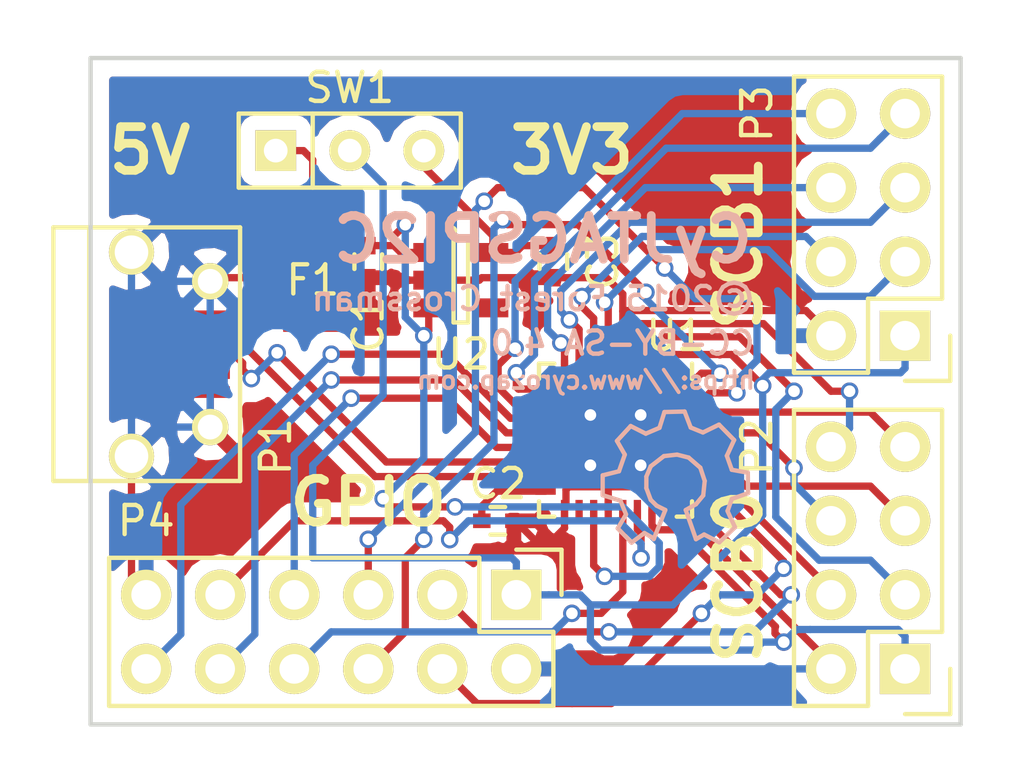
<source format=kicad_pcb>
(kicad_pcb (version 4) (host pcbnew "(2015-08-20 BZR 6106)-product")

  (general
    (links 57)
    (no_connects 0)
    (area 97.714999 94.539999 127.710001 117.550001)
    (thickness 1.6)
    (drawings 13)
    (tracks 355)
    (zones 0)
    (modules 12)
    (nets 30)
  )

  (page A4)
  (layers
    (0 F.Cu signal)
    (31 B.Cu signal)
    (32 B.Adhes user)
    (33 F.Adhes user)
    (34 B.Paste user)
    (35 F.Paste user)
    (36 B.SilkS user)
    (37 F.SilkS user)
    (38 B.Mask user)
    (39 F.Mask user hide)
    (40 Dwgs.User user)
    (41 Cmts.User user)
    (42 Eco1.User user)
    (43 Eco2.User user)
    (44 Edge.Cuts user)
    (45 Margin user)
    (46 B.CrtYd user)
    (47 F.CrtYd user)
    (48 B.Fab user)
    (49 F.Fab user)
  )

  (setup
    (last_trace_width 0.25)
    (trace_clearance 0.2)
    (zone_clearance 0.508)
    (zone_45_only no)
    (trace_min 0.1524)
    (segment_width 0.2)
    (edge_width 0.15)
    (via_size 0.6)
    (via_drill 0.4)
    (via_min_size 0.381)
    (via_min_drill 0.3)
    (uvia_size 0.3)
    (uvia_drill 0.1)
    (uvias_allowed no)
    (uvia_min_size 0.254)
    (uvia_min_drill 0.1)
    (pcb_text_width 0.3)
    (pcb_text_size 1.5 1.5)
    (mod_edge_width 0.15)
    (mod_text_size 1 1)
    (mod_text_width 0.15)
    (pad_size 1.55 1.55)
    (pad_drill 1.15)
    (pad_to_mask_clearance 0.2)
    (aux_axis_origin 0 0)
    (visible_elements FFFFFF7F)
    (pcbplotparams
      (layerselection 0x010f0_80000001)
      (usegerberextensions true)
      (excludeedgelayer true)
      (linewidth 0.100000)
      (plotframeref false)
      (viasonmask false)
      (mode 1)
      (useauxorigin false)
      (hpglpennumber 1)
      (hpglpenspeed 20)
      (hpglpendiameter 15)
      (hpglpenoverlay 2)
      (psnegative false)
      (psa4output false)
      (plotreference true)
      (plotvalue false)
      (plotinvisibletext false)
      (padsonsilk false)
      (subtractmaskfromsilk true)
      (outputformat 1)
      (mirror false)
      (drillshape 0)
      (scaleselection 1)
      (outputdirectory gerbers/))
  )

  (net 0 "")
  (net 1 VDD)
  (net 2 GND)
  (net 3 "Net-(C2-Pad1)")
  (net 4 /GPIO_0)
  (net 5 /GPIO_1)
  (net 6 /GPIO_6)
  (net 7 /GPIO_7)
  (net 8 /GPIO_16)
  (net 9 /GPIO_17)
  (net 10 /GPIO_18)
  (net 11 /WAKEUP)
  (net 12 /SUSPEND)
  (net 13 +5V)
  (net 14 "Net-(F1-Pad1)")
  (net 15 /USBDP)
  (net 16 /USBDM)
  (net 17 +3V3)
  (net 18 /SCB0_0)
  (net 19 /SCB0_1)
  (net 20 /SCB0_2)
  (net 21 /SCB0_3)
  (net 22 /SCB0_4)
  (net 23 /SCB0_5)
  (net 24 /SCB1_0)
  (net 25 /SCB1_1)
  (net 26 /SCB1_2)
  (net 27 /SCB1_3)
  (net 28 /SCB1_4)
  (net 29 /SCB1_5)

  (net_class Default "This is the default net class."
    (clearance 0.2)
    (trace_width 0.25)
    (via_dia 0.6)
    (via_drill 0.4)
    (uvia_dia 0.3)
    (uvia_drill 0.1)
    (add_net +3V3)
    (add_net +5V)
    (add_net /GPIO_0)
    (add_net /GPIO_1)
    (add_net /GPIO_16)
    (add_net /GPIO_17)
    (add_net /GPIO_18)
    (add_net /GPIO_6)
    (add_net /GPIO_7)
    (add_net /SCB0_0)
    (add_net /SCB0_1)
    (add_net /SCB0_2)
    (add_net /SCB0_3)
    (add_net /SCB0_4)
    (add_net /SCB0_5)
    (add_net /SCB1_0)
    (add_net /SCB1_1)
    (add_net /SCB1_2)
    (add_net /SCB1_3)
    (add_net /SCB1_4)
    (add_net /SCB1_5)
    (add_net /SUSPEND)
    (add_net /USBDM)
    (add_net /USBDP)
    (add_net /WAKEUP)
    (add_net GND)
    (add_net "Net-(C2-Pad1)")
    (add_net "Net-(F1-Pad1)")
    (add_net VDD)
  )

  (module TO_SOT_Packages_SMD:SOT-23-5 (layer F.Cu) (tedit 55360473) (tstamp 55D6DDF4)
    (at 110.49 102.235)
    (descr "5-pin SOT23 package")
    (tags SOT-23-5)
    (path /55D6DC42)
    (attr smd)
    (fp_text reference U2 (at 0 2.54) (layer F.SilkS)
      (effects (font (size 1 1) (thickness 0.15)))
    )
    (fp_text value TLV70233DBV (at -0.05 2.35) (layer F.Fab)
      (effects (font (size 1 1) (thickness 0.15)))
    )
    (fp_line (start -1.8 -1.6) (end 1.8 -1.6) (layer F.CrtYd) (width 0.05))
    (fp_line (start 1.8 -1.6) (end 1.8 1.6) (layer F.CrtYd) (width 0.05))
    (fp_line (start 1.8 1.6) (end -1.8 1.6) (layer F.CrtYd) (width 0.05))
    (fp_line (start -1.8 1.6) (end -1.8 -1.6) (layer F.CrtYd) (width 0.05))
    (fp_circle (center -0.3 -1.7) (end -0.2 -1.7) (layer F.SilkS) (width 0.15))
    (fp_line (start 0.25 -1.45) (end -0.25 -1.45) (layer F.SilkS) (width 0.15))
    (fp_line (start 0.25 1.45) (end 0.25 -1.45) (layer F.SilkS) (width 0.15))
    (fp_line (start -0.25 1.45) (end 0.25 1.45) (layer F.SilkS) (width 0.15))
    (fp_line (start -0.25 -1.45) (end -0.25 1.45) (layer F.SilkS) (width 0.15))
    (pad 1 smd rect (at -1.1 -0.95) (size 1.06 0.65) (layers F.Cu F.Paste F.Mask)
      (net 13 +5V))
    (pad 2 smd rect (at -1.1 0) (size 1.06 0.65) (layers F.Cu F.Paste F.Mask)
      (net 2 GND))
    (pad 3 smd rect (at -1.1 0.95) (size 1.06 0.65) (layers F.Cu F.Paste F.Mask)
      (net 13 +5V))
    (pad 4 smd rect (at 1.1 0.95) (size 1.06 0.65) (layers F.Cu F.Paste F.Mask))
    (pad 5 smd rect (at 1.1 -0.95) (size 1.06 0.65) (layers F.Cu F.Paste F.Mask)
      (net 17 +3V3))
    (model TO_SOT_Packages_SMD.3dshapes/SOT-23-5.wrl
      (at (xyz 0 0 0))
      (scale (xyz 1 1 1))
      (rotate (xyz 0 0 0))
    )
  )

  (module Symbols:Symbol_OSHW-Logo_SilkScreen (layer B.Cu) (tedit 55D7F34F) (tstamp 55D813D0)
    (at 117.856 109.22 180)
    (descr "Symbol, OSHW-Logo, Silk Screen,")
    (tags "Symbol, OSHW-Logo, Silk Screen,")
    (fp_text reference "" (at 0.09906 4.38912 180) (layer B.SilkS)
      (effects (font (size 1 1) (thickness 0.15)) (justify mirror))
    )
    (fp_text value Symbol_OSHW-Logo_SilkScreen (at 0 -9.398 180) (layer B.Fab)
      (effects (font (size 1 1) (thickness 0.15)) (justify mirror))
    )
    (fp_line (start -1.78054 -0.92964) (end -2.03962 -1.49098) (layer B.SilkS) (width 0.15))
    (fp_line (start -2.03962 -1.49098) (end -1.50114 -2.00914) (layer B.SilkS) (width 0.15))
    (fp_line (start -1.50114 -2.00914) (end -0.98044 -1.7399) (layer B.SilkS) (width 0.15))
    (fp_line (start -0.98044 -1.7399) (end -0.70104 -1.89992) (layer B.SilkS) (width 0.15))
    (fp_line (start 0.73914 -1.8796) (end 1.06934 -1.6891) (layer B.SilkS) (width 0.15))
    (fp_line (start 1.06934 -1.6891) (end 1.50876 -2.0193) (layer B.SilkS) (width 0.15))
    (fp_line (start 1.50876 -2.0193) (end 1.9812 -1.52908) (layer B.SilkS) (width 0.15))
    (fp_line (start 1.9812 -1.52908) (end 1.69926 -1.04902) (layer B.SilkS) (width 0.15))
    (fp_line (start 1.69926 -1.04902) (end 1.88976 -0.57912) (layer B.SilkS) (width 0.15))
    (fp_line (start 1.88976 -0.57912) (end 2.49936 -0.39116) (layer B.SilkS) (width 0.15))
    (fp_line (start 2.49936 -0.39116) (end 2.49936 0.28956) (layer B.SilkS) (width 0.15))
    (fp_line (start 2.49936 0.28956) (end 1.94056 0.42926) (layer B.SilkS) (width 0.15))
    (fp_line (start 1.94056 0.42926) (end 1.7399 1.00076) (layer B.SilkS) (width 0.15))
    (fp_line (start 1.7399 1.00076) (end 2.00914 1.47066) (layer B.SilkS) (width 0.15))
    (fp_line (start 2.00914 1.47066) (end 1.53924 1.9812) (layer B.SilkS) (width 0.15))
    (fp_line (start 1.53924 1.9812) (end 1.02108 1.71958) (layer B.SilkS) (width 0.15))
    (fp_line (start 1.02108 1.71958) (end 0.55118 1.92024) (layer B.SilkS) (width 0.15))
    (fp_line (start 0.55118 1.92024) (end 0.381 2.46126) (layer B.SilkS) (width 0.15))
    (fp_line (start 0.381 2.46126) (end -0.30988 2.47904) (layer B.SilkS) (width 0.15))
    (fp_line (start -0.30988 2.47904) (end -0.5207 1.9304) (layer B.SilkS) (width 0.15))
    (fp_line (start -0.5207 1.9304) (end -0.9398 1.76022) (layer B.SilkS) (width 0.15))
    (fp_line (start -0.9398 1.76022) (end -1.49098 2.02946) (layer B.SilkS) (width 0.15))
    (fp_line (start -1.49098 2.02946) (end -2.00914 1.50114) (layer B.SilkS) (width 0.15))
    (fp_line (start -2.00914 1.50114) (end -1.76022 0.96012) (layer B.SilkS) (width 0.15))
    (fp_line (start -1.76022 0.96012) (end -1.9304 0.48006) (layer B.SilkS) (width 0.15))
    (fp_line (start -1.9304 0.48006) (end -2.47904 0.381) (layer B.SilkS) (width 0.15))
    (fp_line (start -2.47904 0.381) (end -2.4892 -0.32004) (layer B.SilkS) (width 0.15))
    (fp_line (start -2.4892 -0.32004) (end -1.9304 -0.5207) (layer B.SilkS) (width 0.15))
    (fp_line (start -1.9304 -0.5207) (end -1.7907 -0.91948) (layer B.SilkS) (width 0.15))
    (fp_line (start 0.35052 -0.89916) (end 0.65024 -0.7493) (layer B.SilkS) (width 0.15))
    (fp_line (start 0.65024 -0.7493) (end 0.8509 -0.55118) (layer B.SilkS) (width 0.15))
    (fp_line (start 0.8509 -0.55118) (end 1.00076 -0.14986) (layer B.SilkS) (width 0.15))
    (fp_line (start 1.00076 -0.14986) (end 1.00076 0.24892) (layer B.SilkS) (width 0.15))
    (fp_line (start 1.00076 0.24892) (end 0.8509 0.59944) (layer B.SilkS) (width 0.15))
    (fp_line (start 0.8509 0.59944) (end 0.39878 0.94996) (layer B.SilkS) (width 0.15))
    (fp_line (start 0.39878 0.94996) (end -0.0508 1.00076) (layer B.SilkS) (width 0.15))
    (fp_line (start -0.0508 1.00076) (end -0.44958 0.89916) (layer B.SilkS) (width 0.15))
    (fp_line (start -0.44958 0.89916) (end -0.8509 0.55118) (layer B.SilkS) (width 0.15))
    (fp_line (start -0.8509 0.55118) (end -1.00076 0.09906) (layer B.SilkS) (width 0.15))
    (fp_line (start -1.00076 0.09906) (end -0.94996 -0.39878) (layer B.SilkS) (width 0.15))
    (fp_line (start -0.94996 -0.39878) (end -0.70104 -0.70104) (layer B.SilkS) (width 0.15))
    (fp_line (start -0.70104 -0.70104) (end -0.35052 -0.89916) (layer B.SilkS) (width 0.15))
    (fp_line (start -0.35052 -0.89916) (end -0.70104 -1.89992) (layer B.SilkS) (width 0.15))
    (fp_line (start 0.35052 -0.89916) (end 0.7493 -1.89992) (layer B.SilkS) (width 0.15))
  )

  (module Pin_Headers:Pin_Header_Straight_2x06 (layer F.Cu) (tedit 0) (tstamp 55D9EC9F)
    (at 112.395 113.03 270)
    (descr "Through hole pin header")
    (tags "pin header")
    (path /55D79E2E)
    (fp_text reference P4 (at -2.54 12.7 360) (layer F.SilkS)
      (effects (font (size 1 1) (thickness 0.15)))
    )
    (fp_text value CONN_02X06 (at 0 -3.1 270) (layer F.Fab)
      (effects (font (size 1 1) (thickness 0.15)))
    )
    (fp_line (start -1.75 -1.75) (end -1.75 14.45) (layer F.CrtYd) (width 0.05))
    (fp_line (start 4.3 -1.75) (end 4.3 14.45) (layer F.CrtYd) (width 0.05))
    (fp_line (start -1.75 -1.75) (end 4.3 -1.75) (layer F.CrtYd) (width 0.05))
    (fp_line (start -1.75 14.45) (end 4.3 14.45) (layer F.CrtYd) (width 0.05))
    (fp_line (start 3.81 13.97) (end 3.81 -1.27) (layer F.SilkS) (width 0.15))
    (fp_line (start -1.27 1.27) (end -1.27 13.97) (layer F.SilkS) (width 0.15))
    (fp_line (start 3.81 13.97) (end -1.27 13.97) (layer F.SilkS) (width 0.15))
    (fp_line (start 3.81 -1.27) (end 1.27 -1.27) (layer F.SilkS) (width 0.15))
    (fp_line (start 0 -1.55) (end -1.55 -1.55) (layer F.SilkS) (width 0.15))
    (fp_line (start 1.27 -1.27) (end 1.27 1.27) (layer F.SilkS) (width 0.15))
    (fp_line (start 1.27 1.27) (end -1.27 1.27) (layer F.SilkS) (width 0.15))
    (fp_line (start -1.55 -1.55) (end -1.55 0) (layer F.SilkS) (width 0.15))
    (pad 1 thru_hole rect (at 0 0 270) (size 1.7272 1.7272) (drill 1.016) (layers *.Cu *.Mask F.SilkS)
      (net 1 VDD))
    (pad 2 thru_hole oval (at 2.54 0 270) (size 1.7272 1.7272) (drill 1.016) (layers *.Cu *.Mask F.SilkS)
      (net 2 GND))
    (pad 3 thru_hole oval (at 0 2.54 270) (size 1.7272 1.7272) (drill 1.016) (layers *.Cu *.Mask F.SilkS)
      (net 4 /GPIO_0))
    (pad 4 thru_hole oval (at 2.54 2.54 270) (size 1.7272 1.7272) (drill 1.016) (layers *.Cu *.Mask F.SilkS)
      (net 5 /GPIO_1))
    (pad 5 thru_hole oval (at 0 5.08 270) (size 1.7272 1.7272) (drill 1.016) (layers *.Cu *.Mask F.SilkS)
      (net 6 /GPIO_6))
    (pad 6 thru_hole oval (at 2.54 5.08 270) (size 1.7272 1.7272) (drill 1.016) (layers *.Cu *.Mask F.SilkS)
      (net 7 /GPIO_7))
    (pad 7 thru_hole oval (at 0 7.62 270) (size 1.7272 1.7272) (drill 1.016) (layers *.Cu *.Mask F.SilkS)
      (net 8 /GPIO_16))
    (pad 8 thru_hole oval (at 2.54 7.62 270) (size 1.7272 1.7272) (drill 1.016) (layers *.Cu *.Mask F.SilkS)
      (net 9 /GPIO_17))
    (pad 9 thru_hole oval (at 0 10.16 270) (size 1.7272 1.7272) (drill 1.016) (layers *.Cu *.Mask F.SilkS)
      (net 10 /GPIO_18))
    (pad 10 thru_hole oval (at 2.54 10.16 270) (size 1.7272 1.7272) (drill 1.016) (layers *.Cu *.Mask F.SilkS)
      (net 11 /WAKEUP))
    (pad 11 thru_hole oval (at 0 12.7 270) (size 1.7272 1.7272) (drill 1.016) (layers *.Cu *.Mask F.SilkS)
      (net 2 GND))
    (pad 12 thru_hole oval (at 2.54 12.7 270) (size 1.7272 1.7272) (drill 1.016) (layers *.Cu *.Mask F.SilkS)
      (net 12 /SUSPEND))
    (model Pin_Headers.3dshapes/Pin_Header_Straight_2x06.wrl
      (at (xyz 0.05 -0.25 0))
      (scale (xyz 1 1 1))
      (rotate (xyz 0 0 90))
    )
  )

  (module Housings_DFN_QFN:QFN-32-1EP_5x5mm_Pitch0.5mm (layer F.Cu) (tedit 54130A77) (tstamp 55D42DED)
    (at 115.7975 107.7225 270)
    (descr "UH Package; 32-Lead Plastic QFN (5mm x 5mm); (see Linear Technology QFN_32_05-08-1693.pdf)")
    (tags "QFN 0.5")
    (path /55D415C0)
    (attr smd)
    (fp_text reference U1 (at -3.5825 -2.0585 360) (layer F.SilkS)
      (effects (font (size 1 1) (thickness 0.15)))
    )
    (fp_text value CY7C65215 (at -3.81 0 360) (layer F.Fab)
      (effects (font (size 1 1) (thickness 0.15)))
    )
    (fp_line (start -3 -3) (end -3 3) (layer F.CrtYd) (width 0.05))
    (fp_line (start 3 -3) (end 3 3) (layer F.CrtYd) (width 0.05))
    (fp_line (start -3 -3) (end 3 -3) (layer F.CrtYd) (width 0.05))
    (fp_line (start -3 3) (end 3 3) (layer F.CrtYd) (width 0.05))
    (fp_line (start 2.625 -2.625) (end 2.625 -2.1) (layer F.SilkS) (width 0.15))
    (fp_line (start -2.625 2.625) (end -2.625 2.1) (layer F.SilkS) (width 0.15))
    (fp_line (start 2.625 2.625) (end 2.625 2.1) (layer F.SilkS) (width 0.15))
    (fp_line (start -2.625 -2.625) (end -2.1 -2.625) (layer F.SilkS) (width 0.15))
    (fp_line (start -2.625 2.625) (end -2.1 2.625) (layer F.SilkS) (width 0.15))
    (fp_line (start 2.625 2.625) (end 2.1 2.625) (layer F.SilkS) (width 0.15))
    (fp_line (start 2.625 -2.625) (end 2.1 -2.625) (layer F.SilkS) (width 0.15))
    (pad 1 smd rect (at -2.4 -1.75 270) (size 0.7 0.25) (layers F.Cu F.Paste F.Mask)
      (net 1 VDD))
    (pad 2 smd rect (at -2.4 -1.25 270) (size 0.7 0.25) (layers F.Cu F.Paste F.Mask)
      (net 18 /SCB0_0))
    (pad 3 smd rect (at -2.4 -0.75 270) (size 0.7 0.25) (layers F.Cu F.Paste F.Mask)
      (net 23 /SCB0_5))
    (pad 4 smd rect (at -2.4 -0.25 270) (size 0.7 0.25) (layers F.Cu F.Paste F.Mask)
      (net 2 GND))
    (pad 5 smd rect (at -2.4 0.25 270) (size 0.7 0.25) (layers F.Cu F.Paste F.Mask)
      (net 24 /SCB1_0))
    (pad 6 smd rect (at -2.4 0.75 270) (size 0.7 0.25) (layers F.Cu F.Paste F.Mask)
      (net 25 /SCB1_1))
    (pad 7 smd rect (at -2.4 1.25 270) (size 0.7 0.25) (layers F.Cu F.Paste F.Mask)
      (net 26 /SCB1_2))
    (pad 8 smd rect (at -2.4 1.75 270) (size 0.7 0.25) (layers F.Cu F.Paste F.Mask)
      (net 27 /SCB1_3))
    (pad 9 smd rect (at -1.75 2.4) (size 0.7 0.25) (layers F.Cu F.Paste F.Mask)
      (net 28 /SCB1_4))
    (pad 10 smd rect (at -1.25 2.4) (size 0.7 0.25) (layers F.Cu F.Paste F.Mask)
      (net 29 /SCB1_5))
    (pad 11 smd rect (at -0.75 2.4) (size 0.7 0.25) (layers F.Cu F.Paste F.Mask)
      (net 12 /SUSPEND))
    (pad 12 smd rect (at -0.25 2.4) (size 0.7 0.25) (layers F.Cu F.Paste F.Mask)
      (net 11 /WAKEUP))
    (pad 13 smd rect (at 0.25 2.4) (size 0.7 0.25) (layers F.Cu F.Paste F.Mask)
      (net 8 /GPIO_16))
    (pad 14 smd rect (at 0.75 2.4) (size 0.7 0.25) (layers F.Cu F.Paste F.Mask)
      (net 16 /USBDM))
    (pad 15 smd rect (at 1.25 2.4) (size 0.7 0.25) (layers F.Cu F.Paste F.Mask)
      (net 15 /USBDP))
    (pad 16 smd rect (at 1.75 2.4) (size 0.7 0.25) (layers F.Cu F.Paste F.Mask)
      (net 3 "Net-(C2-Pad1)"))
    (pad 17 smd rect (at 2.4 1.75 270) (size 0.7 0.25) (layers F.Cu F.Paste F.Mask)
      (net 2 GND))
    (pad 18 smd rect (at 2.4 1.25 270) (size 0.7 0.25) (layers F.Cu F.Paste F.Mask))
    (pad 19 smd rect (at 2.4 0.75 270) (size 0.7 0.25) (layers F.Cu F.Paste F.Mask)
      (net 13 +5V))
    (pad 20 smd rect (at 2.4 0.25 270) (size 0.7 0.25) (layers F.Cu F.Paste F.Mask)
      (net 2 GND))
    (pad 21 smd rect (at 2.4 -0.25 270) (size 0.7 0.25) (layers F.Cu F.Paste F.Mask)
      (net 9 /GPIO_17))
    (pad 22 smd rect (at 2.4 -0.75 270) (size 0.7 0.25) (layers F.Cu F.Paste F.Mask)
      (net 10 /GPIO_18))
    (pad 23 smd rect (at 2.4 -1.25 270) (size 0.7 0.25) (layers F.Cu F.Paste F.Mask)
      (net 1 VDD))
    (pad 24 smd rect (at 2.4 -1.75 270) (size 0.7 0.25) (layers F.Cu F.Paste F.Mask)
      (net 2 GND))
    (pad 25 smd rect (at 1.75 -2.4) (size 0.7 0.25) (layers F.Cu F.Paste F.Mask)
      (net 4 /GPIO_0))
    (pad 26 smd rect (at 1.25 -2.4) (size 0.7 0.25) (layers F.Cu F.Paste F.Mask)
      (net 5 /GPIO_1))
    (pad 27 smd rect (at 0.75 -2.4) (size 0.7 0.25) (layers F.Cu F.Paste F.Mask)
      (net 19 /SCB0_1))
    (pad 28 smd rect (at 0.25 -2.4) (size 0.7 0.25) (layers F.Cu F.Paste F.Mask)
      (net 20 /SCB0_2))
    (pad 29 smd rect (at -0.25 -2.4) (size 0.7 0.25) (layers F.Cu F.Paste F.Mask)
      (net 21 /SCB0_3))
    (pad 30 smd rect (at -0.75 -2.4) (size 0.7 0.25) (layers F.Cu F.Paste F.Mask)
      (net 22 /SCB0_4))
    (pad 31 smd rect (at -1.25 -2.4) (size 0.7 0.25) (layers F.Cu F.Paste F.Mask)
      (net 6 /GPIO_6))
    (pad 32 smd rect (at -1.75 -2.4) (size 0.7 0.25) (layers F.Cu F.Paste F.Mask)
      (net 7 /GPIO_7))
    (pad 33 smd rect (at 0.8625 0.8625 270) (size 1.725 1.725) (layers F.Cu F.Paste F.Mask)
      (net 2 GND) (solder_paste_margin_ratio -0.2))
    (pad 33 smd rect (at 0.8625 -0.8625 270) (size 1.725 1.725) (layers F.Cu F.Paste F.Mask)
      (net 2 GND) (solder_paste_margin_ratio -0.2))
    (pad 33 smd rect (at -0.8625 0.8625 270) (size 1.725 1.725) (layers F.Cu F.Paste F.Mask)
      (net 2 GND) (solder_paste_margin_ratio -0.2))
    (pad 33 smd rect (at -0.8625 -0.8625 270) (size 1.725 1.725) (layers F.Cu F.Paste F.Mask)
      (net 2 GND) (solder_paste_margin_ratio -0.2))
    (model Housings_DFN_QFN.3dshapes/QFN-32-1EP_5x5mm_Pitch0.5mm.wrl
      (at (xyz 0 0 0))
      (scale (xyz 1 1 1))
      (rotate (xyz 0 0 0))
    )
  )

  (module Fuse_Holders_and_Fuses:Fuse_SMD1206_Reflow (layer F.Cu) (tedit 0) (tstamp 55D46271)
    (at 105.41 102.235 90)
    (descr "Fuse, Sicherung, SMD1206, Littlefuse-Wickmann, Reflow,")
    (tags "Fuse, Sicherung, SMD1206,  Littlefuse-Wickmann, Reflow,")
    (path /55D44592)
    (attr smd)
    (fp_text reference F1 (at 0 0 360) (layer F.SilkS)
      (effects (font (size 1 1) (thickness 0.15)))
    )
    (fp_text value FUSE (at 0 -1.905 90) (layer F.Fab)
      (effects (font (size 1 1) (thickness 0.15)))
    )
    (pad 1 smd rect (at -1.20396 0 180) (size 2.02946 1.14046) (layers F.Cu F.Paste F.Mask)
      (net 14 "Net-(F1-Pad1)"))
    (pad 2 smd rect (at 1.20396 0 180) (size 2.02946 1.14046) (layers F.Cu F.Paste F.Mask)
      (net 13 +5V))
  )

  (module Connect:USB_Micro-B (layer F.Cu) (tedit 55D6A5ED) (tstamp 55D4627E)
    (at 100.33 104.775 270)
    (descr "Micro USB Type B Receptacle")
    (tags "USB USB_B USB_micro USB_OTG")
    (path /55D438EC)
    (attr smd)
    (fp_text reference P1 (at 3.175 -3.81 450) (layer F.SilkS)
      (effects (font (size 1 1) (thickness 0.15)))
    )
    (fp_text value USB_B (at 0 4.8 270) (layer F.Fab)
      (effects (font (size 1 1) (thickness 0.15)))
    )
    (fp_line (start -4.6 -2.8) (end 4.6 -2.8) (layer F.CrtYd) (width 0.05))
    (fp_line (start 4.6 -2.8) (end 4.6 4.05) (layer F.CrtYd) (width 0.05))
    (fp_line (start 4.6 4.05) (end -4.6 4.05) (layer F.CrtYd) (width 0.05))
    (fp_line (start -4.6 4.05) (end -4.6 -2.8) (layer F.CrtYd) (width 0.05))
    (fp_line (start -4.3509 3.81746) (end 4.3491 3.81746) (layer F.SilkS) (width 0.15))
    (fp_line (start -4.3509 -2.58754) (end 4.3491 -2.58754) (layer F.SilkS) (width 0.15))
    (fp_line (start 4.3491 -2.58754) (end 4.3491 3.81746) (layer F.SilkS) (width 0.15))
    (fp_line (start 4.3491 2.58746) (end -4.3509 2.58746) (layer F.SilkS) (width 0.15))
    (fp_line (start -4.3509 3.81746) (end -4.3509 -2.58754) (layer F.SilkS) (width 0.15))
    (pad 1 smd rect (at -1.3009 -1.56254) (size 1.35 0.4) (layers F.Cu F.Paste F.Mask)
      (net 14 "Net-(F1-Pad1)"))
    (pad 2 smd rect (at -0.6509 -1.56254) (size 1.35 0.4) (layers F.Cu F.Paste F.Mask)
      (net 15 /USBDP))
    (pad 3 smd rect (at -0.0009 -1.56254) (size 1.35 0.4) (layers F.Cu F.Paste F.Mask)
      (net 16 /USBDM))
    (pad 4 smd rect (at 0.6491 -1.56254) (size 1.35 0.4) (layers F.Cu F.Paste F.Mask))
    (pad 5 smd rect (at 1.2991 -1.56254) (size 1.35 0.4) (layers F.Cu F.Paste F.Mask)
      (net 2 GND))
    (pad 6 thru_hole circle (at -2.5009 -1.56254) (size 1.25 1.25) (drill 0.85) (layers *.Cu *.Mask F.SilkS)
      (net 2 GND))
    (pad 6 thru_hole circle (at 2.4991 -1.56254) (size 1.25 1.25) (drill 0.85) (layers *.Cu *.Mask F.SilkS)
      (net 2 GND))
    (pad 6 thru_hole circle (at -3.5009 1.13746) (size 1.55 1.55) (drill 1.15) (layers *.Cu *.Mask F.SilkS)
      (net 2 GND))
    (pad 6 thru_hole circle (at 3.4991 1.13746) (size 1.55 1.55) (drill 1.15) (layers *.Cu *.Mask F.SilkS)
      (net 2 GND))
  )

  (module Capacitors_SMD:C_0402 (layer F.Cu) (tedit 5415D599) (tstamp 55D4CE96)
    (at 107.315 101.6 270)
    (descr "Capacitor SMD 0402, reflow soldering, AVX (see smccp.pdf)")
    (tags "capacitor 0402")
    (path /55D6DBD3)
    (attr smd)
    (fp_text reference C1 (at 2.159 0 450) (layer F.SilkS)
      (effects (font (size 1 1) (thickness 0.15)))
    )
    (fp_text value 0.1uF (at -1.905 0 360) (layer F.Fab)
      (effects (font (size 1 1) (thickness 0.15)))
    )
    (fp_line (start -1.15 -0.6) (end 1.15 -0.6) (layer F.CrtYd) (width 0.05))
    (fp_line (start -1.15 0.6) (end 1.15 0.6) (layer F.CrtYd) (width 0.05))
    (fp_line (start -1.15 -0.6) (end -1.15 0.6) (layer F.CrtYd) (width 0.05))
    (fp_line (start 1.15 -0.6) (end 1.15 0.6) (layer F.CrtYd) (width 0.05))
    (fp_line (start 0.25 -0.475) (end -0.25 -0.475) (layer F.SilkS) (width 0.15))
    (fp_line (start -0.25 0.475) (end 0.25 0.475) (layer F.SilkS) (width 0.15))
    (pad 1 smd rect (at -0.55 0 270) (size 0.6 0.5) (layers F.Cu F.Paste F.Mask)
      (net 13 +5V))
    (pad 2 smd rect (at 0.55 0 270) (size 0.6 0.5) (layers F.Cu F.Paste F.Mask)
      (net 2 GND))
    (model Capacitors_SMD.3dshapes/C_0402.wrl
      (at (xyz 0 0 0))
      (scale (xyz 1 1 1))
      (rotate (xyz 0 0 0))
    )
  )

  (module Capacitors_SMD:C_0402 (layer F.Cu) (tedit 5415D599) (tstamp 55D4CE9B)
    (at 111.76 110.49)
    (descr "Capacitor SMD 0402, reflow soldering, AVX (see smccp.pdf)")
    (tags "capacitor 0402")
    (path /55D437CF)
    (attr smd)
    (fp_text reference C2 (at 0 -1.27) (layer F.SilkS)
      (effects (font (size 1 1) (thickness 0.15)))
    )
    (fp_text value 1.0uF (at 0 1.7) (layer F.Fab)
      (effects (font (size 1 1) (thickness 0.15)))
    )
    (fp_line (start -1.15 -0.6) (end 1.15 -0.6) (layer F.CrtYd) (width 0.05))
    (fp_line (start -1.15 0.6) (end 1.15 0.6) (layer F.CrtYd) (width 0.05))
    (fp_line (start -1.15 -0.6) (end -1.15 0.6) (layer F.CrtYd) (width 0.05))
    (fp_line (start 1.15 -0.6) (end 1.15 0.6) (layer F.CrtYd) (width 0.05))
    (fp_line (start 0.25 -0.475) (end -0.25 -0.475) (layer F.SilkS) (width 0.15))
    (fp_line (start -0.25 0.475) (end 0.25 0.475) (layer F.SilkS) (width 0.15))
    (pad 1 smd rect (at -0.55 0) (size 0.6 0.5) (layers F.Cu F.Paste F.Mask)
      (net 3 "Net-(C2-Pad1)"))
    (pad 2 smd rect (at 0.55 0) (size 0.6 0.5) (layers F.Cu F.Paste F.Mask)
      (net 2 GND))
    (model Capacitors_SMD.3dshapes/C_0402.wrl
      (at (xyz 0 0 0))
      (scale (xyz 1 1 1))
      (rotate (xyz 0 0 0))
    )
  )

  (module Capacitors_SMD:C_0402 (layer F.Cu) (tedit 5415D599) (tstamp 55D6DEC2)
    (at 113.665 101.6 270)
    (descr "Capacitor SMD 0402, reflow soldering, AVX (see smccp.pdf)")
    (tags "capacitor 0402")
    (path /55D6DC30)
    (attr smd)
    (fp_text reference C3 (at 0 -1.7 270) (layer F.SilkS)
      (effects (font (size 1 1) (thickness 0.15)))
    )
    (fp_text value 1.0uF (at 0 1.7 270) (layer F.Fab)
      (effects (font (size 1 1) (thickness 0.15)))
    )
    (fp_line (start -1.15 -0.6) (end 1.15 -0.6) (layer F.CrtYd) (width 0.05))
    (fp_line (start -1.15 0.6) (end 1.15 0.6) (layer F.CrtYd) (width 0.05))
    (fp_line (start -1.15 -0.6) (end -1.15 0.6) (layer F.CrtYd) (width 0.05))
    (fp_line (start 1.15 -0.6) (end 1.15 0.6) (layer F.CrtYd) (width 0.05))
    (fp_line (start 0.25 -0.475) (end -0.25 -0.475) (layer F.SilkS) (width 0.15))
    (fp_line (start -0.25 0.475) (end 0.25 0.475) (layer F.SilkS) (width 0.15))
    (pad 1 smd rect (at -0.55 0 270) (size 0.6 0.5) (layers F.Cu F.Paste F.Mask)
      (net 17 +3V3))
    (pad 2 smd rect (at 0.55 0 270) (size 0.6 0.5) (layers F.Cu F.Paste F.Mask)
      (net 2 GND))
    (model Capacitors_SMD.3dshapes/C_0402.wrl
      (at (xyz 0 0 0))
      (scale (xyz 1 1 1))
      (rotate (xyz 0 0 0))
    )
  )

  (module Buttons_Switches_ThroughHole:SW_Micro_SPST (layer F.Cu) (tedit 54BFC180) (tstamp 55D8F88A)
    (at 106.68 97.79)
    (tags "Switch Micro SPST")
    (path /55D77FD7)
    (fp_text reference SW1 (at 0 -2.159) (layer F.SilkS)
      (effects (font (size 1 1) (thickness 0.15)))
    )
    (fp_text value Switch_SPDT (at 0.254 -4.318) (layer F.Fab)
      (effects (font (size 1 1) (thickness 0.15)))
    )
    (fp_line (start -3.81 1.27) (end -3.81 -1.27) (layer F.SilkS) (width 0.15))
    (fp_line (start -3.81 -1.27) (end 3.81 -1.27) (layer F.SilkS) (width 0.15))
    (fp_line (start 3.81 -1.27) (end 3.81 1.27) (layer F.SilkS) (width 0.15))
    (fp_line (start 3.81 1.27) (end -3.81 1.27) (layer F.SilkS) (width 0.15))
    (fp_line (start -1.27 -1.27) (end -1.27 1.27) (layer F.SilkS) (width 0.15))
    (pad 1 thru_hole rect (at -2.54 0) (size 1.397 1.397) (drill 0.8128) (layers *.Cu *.Mask F.SilkS)
      (net 13 +5V))
    (pad 2 thru_hole circle (at 0 0) (size 1.397 1.397) (drill 0.8128) (layers *.Cu *.Mask F.SilkS)
      (net 1 VDD))
    (pad 3 thru_hole circle (at 2.54 0) (size 1.397 1.397) (drill 0.8128) (layers *.Cu *.Mask F.SilkS)
      (net 17 +3V3))
    (model Buttons_Switches_ThroughHole.3dshapes/SW_Micro_SPST.wrl
      (at (xyz 0 0 0))
      (scale (xyz 0.33 0.33 0.33))
      (rotate (xyz 0 0 0))
    )
  )

  (module Pin_Headers:Pin_Header_Straight_2x04 (layer F.Cu) (tedit 0) (tstamp 55D972BC)
    (at 125.73 104.14 180)
    (descr "Through hole pin header")
    (tags "pin header")
    (path /55D79079)
    (fp_text reference P3 (at 5.08 7.62 270) (layer F.SilkS)
      (effects (font (size 1 1) (thickness 0.15)))
    )
    (fp_text value CONN_02X04 (at -3.175 3.81 270) (layer F.Fab)
      (effects (font (size 1 1) (thickness 0.15)))
    )
    (fp_line (start -1.75 -1.75) (end -1.75 9.4) (layer F.CrtYd) (width 0.05))
    (fp_line (start 4.3 -1.75) (end 4.3 9.4) (layer F.CrtYd) (width 0.05))
    (fp_line (start -1.75 -1.75) (end 4.3 -1.75) (layer F.CrtYd) (width 0.05))
    (fp_line (start -1.75 9.4) (end 4.3 9.4) (layer F.CrtYd) (width 0.05))
    (fp_line (start -1.27 1.27) (end -1.27 8.89) (layer F.SilkS) (width 0.15))
    (fp_line (start -1.27 8.89) (end 3.81 8.89) (layer F.SilkS) (width 0.15))
    (fp_line (start 3.81 8.89) (end 3.81 -1.27) (layer F.SilkS) (width 0.15))
    (fp_line (start 3.81 -1.27) (end 1.27 -1.27) (layer F.SilkS) (width 0.15))
    (fp_line (start 0 -1.55) (end -1.55 -1.55) (layer F.SilkS) (width 0.15))
    (fp_line (start 1.27 -1.27) (end 1.27 1.27) (layer F.SilkS) (width 0.15))
    (fp_line (start 1.27 1.27) (end -1.27 1.27) (layer F.SilkS) (width 0.15))
    (fp_line (start -1.55 -1.55) (end -1.55 0) (layer F.SilkS) (width 0.15))
    (pad 1 thru_hole rect (at 0 0 180) (size 1.7272 1.7272) (drill 1.016) (layers *.Cu *.Mask F.SilkS)
      (net 1 VDD))
    (pad 2 thru_hole oval (at 2.54 0 180) (size 1.7272 1.7272) (drill 1.016) (layers *.Cu *.Mask F.SilkS)
      (net 2 GND))
    (pad 3 thru_hole oval (at 0 2.54 180) (size 1.7272 1.7272) (drill 1.016) (layers *.Cu *.Mask F.SilkS)
      (net 24 /SCB1_0))
    (pad 4 thru_hole oval (at 2.54 2.54 180) (size 1.7272 1.7272) (drill 1.016) (layers *.Cu *.Mask F.SilkS)
      (net 25 /SCB1_1))
    (pad 5 thru_hole oval (at 0 5.08 180) (size 1.7272 1.7272) (drill 1.016) (layers *.Cu *.Mask F.SilkS)
      (net 26 /SCB1_2))
    (pad 6 thru_hole oval (at 2.54 5.08 180) (size 1.7272 1.7272) (drill 1.016) (layers *.Cu *.Mask F.SilkS)
      (net 27 /SCB1_3))
    (pad 7 thru_hole oval (at 0 7.62 180) (size 1.7272 1.7272) (drill 1.016) (layers *.Cu *.Mask F.SilkS)
      (net 28 /SCB1_4))
    (pad 8 thru_hole oval (at 2.54 7.62 180) (size 1.7272 1.7272) (drill 1.016) (layers *.Cu *.Mask F.SilkS)
      (net 29 /SCB1_5))
    (model Pin_Headers.3dshapes/Pin_Header_Straight_2x04.wrl
      (at (xyz 0.05 -0.15 0))
      (scale (xyz 1 1 1))
      (rotate (xyz 0 0 90))
    )
  )

  (module Pin_Headers:Pin_Header_Straight_2x04 (layer F.Cu) (tedit 0) (tstamp 55D9EC94)
    (at 125.73 115.57 180)
    (descr "Through hole pin header")
    (tags "pin header")
    (path /55D78FFE)
    (fp_text reference P2 (at 5.08 7.62 270) (layer F.SilkS)
      (effects (font (size 1 1) (thickness 0.15)))
    )
    (fp_text value CONN_02X04 (at -3.175 3.81 270) (layer F.Fab)
      (effects (font (size 1 1) (thickness 0.15)))
    )
    (fp_line (start -1.75 -1.75) (end -1.75 9.4) (layer F.CrtYd) (width 0.05))
    (fp_line (start 4.3 -1.75) (end 4.3 9.4) (layer F.CrtYd) (width 0.05))
    (fp_line (start -1.75 -1.75) (end 4.3 -1.75) (layer F.CrtYd) (width 0.05))
    (fp_line (start -1.75 9.4) (end 4.3 9.4) (layer F.CrtYd) (width 0.05))
    (fp_line (start -1.27 1.27) (end -1.27 8.89) (layer F.SilkS) (width 0.15))
    (fp_line (start -1.27 8.89) (end 3.81 8.89) (layer F.SilkS) (width 0.15))
    (fp_line (start 3.81 8.89) (end 3.81 -1.27) (layer F.SilkS) (width 0.15))
    (fp_line (start 3.81 -1.27) (end 1.27 -1.27) (layer F.SilkS) (width 0.15))
    (fp_line (start 0 -1.55) (end -1.55 -1.55) (layer F.SilkS) (width 0.15))
    (fp_line (start 1.27 -1.27) (end 1.27 1.27) (layer F.SilkS) (width 0.15))
    (fp_line (start 1.27 1.27) (end -1.27 1.27) (layer F.SilkS) (width 0.15))
    (fp_line (start -1.55 -1.55) (end -1.55 0) (layer F.SilkS) (width 0.15))
    (pad 1 thru_hole rect (at 0 0 180) (size 1.7272 1.7272) (drill 1.016) (layers *.Cu *.Mask F.SilkS)
      (net 1 VDD))
    (pad 2 thru_hole oval (at 2.54 0 180) (size 1.7272 1.7272) (drill 1.016) (layers *.Cu *.Mask F.SilkS)
      (net 2 GND))
    (pad 3 thru_hole oval (at 0 2.54 180) (size 1.7272 1.7272) (drill 1.016) (layers *.Cu *.Mask F.SilkS)
      (net 18 /SCB0_0))
    (pad 4 thru_hole oval (at 2.54 2.54 180) (size 1.7272 1.7272) (drill 1.016) (layers *.Cu *.Mask F.SilkS)
      (net 19 /SCB0_1))
    (pad 5 thru_hole oval (at 0 5.08 180) (size 1.7272 1.7272) (drill 1.016) (layers *.Cu *.Mask F.SilkS)
      (net 20 /SCB0_2))
    (pad 6 thru_hole oval (at 2.54 5.08 180) (size 1.7272 1.7272) (drill 1.016) (layers *.Cu *.Mask F.SilkS)
      (net 21 /SCB0_3))
    (pad 7 thru_hole oval (at 0 7.62 180) (size 1.7272 1.7272) (drill 1.016) (layers *.Cu *.Mask F.SilkS)
      (net 22 /SCB0_4))
    (pad 8 thru_hole oval (at 2.54 7.62 180) (size 1.7272 1.7272) (drill 1.016) (layers *.Cu *.Mask F.SilkS)
      (net 23 /SCB0_5))
    (model Pin_Headers.3dshapes/Pin_Header_Straight_2x04.wrl
      (at (xyz 0.05 -0.15 0))
      (scale (xyz 1 1 1))
      (rotate (xyz 0 0 90))
    )
  )

  (gr_text "©2015 Forest Crossman" (at 120.65 102.87) (layer B.SilkS)
    (effects (font (size 0.8 0.8) (thickness 0.15)) (justify left mirror))
  )
  (gr_text CyJTAGSPI2C (at 120.65 100.838) (layer B.SilkS)
    (effects (font (size 1.5 1.5) (thickness 0.3)) (justify left mirror))
  )
  (gr_text "CC-BY-SA 4.0" (at 120.65 104.394) (layer B.SilkS)
    (effects (font (size 0.8 0.8) (thickness 0.15)) (justify left mirror))
  )
  (gr_text SCB0 (at 120.015 112.395 90) (layer F.SilkS)
    (effects (font (size 1.5 1.5) (thickness 0.3)))
  )
  (gr_text GPIO (at 107.315 109.855) (layer F.SilkS)
    (effects (font (size 1.5 1.5) (thickness 0.3)))
  )
  (gr_line (start 127.635 117.475) (end 127.635 94.615) (layer Edge.Cuts) (width 0.15))
  (gr_line (start 97.79 94.615) (end 97.79 117.475) (layer Edge.Cuts) (width 0.15))
  (gr_line (start 97.79 117.475) (end 127.635 117.475) (layer Edge.Cuts) (width 0.15))
  (gr_line (start 127.635 94.615) (end 97.79 94.615) (layer Edge.Cuts) (width 0.15))
  (gr_text 3V3 (at 114.3 97.79) (layer F.SilkS)
    (effects (font (size 1.5 1.5) (thickness 0.3)))
  )
  (gr_text 5V (at 99.822 97.79) (layer F.SilkS)
    (effects (font (size 1.5 1.5) (thickness 0.3)))
  )
  (gr_text https://www.cyrozap.com (at 120.65 105.664) (layer B.SilkS)
    (effects (font (size 0.6 0.6) (thickness 0.13)) (justify left mirror))
  )
  (gr_text SCB1 (at 120.015 100.965 90) (layer F.SilkS)
    (effects (font (size 1.5 1.5) (thickness 0.3)))
  )

  (segment (start 114.935 114.590002) (end 114.935 113.374998) (width 0.25) (layer B.Cu) (net 1))
  (segment (start 121.568052 114.651948) (end 120.840859 114.651948) (width 0.25) (layer B.Cu) (net 1))
  (segment (start 120.840859 114.651948) (end 120.567806 114.925001) (width 0.25) (layer B.Cu) (net 1))
  (segment (start 120.567806 114.925001) (end 115.269999 114.925001) (width 0.25) (layer B.Cu) (net 1))
  (segment (start 115.269999 114.925001) (end 114.935 114.590002) (width 0.25) (layer B.Cu) (net 1))
  (segment (start 106.68 97.79) (end 107.824846 98.934846) (width 0.25) (layer B.Cu) (net 1))
  (segment (start 107.824846 98.934846) (end 107.824846 106.170154) (width 0.25) (layer B.Cu) (net 1))
  (segment (start 107.824846 106.170154) (end 105.41 108.585) (width 0.25) (layer B.Cu) (net 1))
  (segment (start 105.41 108.585) (end 105.41 111.76) (width 0.25) (layer B.Cu) (net 1))
  (segment (start 105.41 111.76) (end 112.2386 111.76) (width 0.25) (layer B.Cu) (net 1))
  (segment (start 112.2386 111.76) (end 112.395 111.9164) (width 0.25) (layer B.Cu) (net 1))
  (segment (start 112.395 111.9164) (end 112.395 113.03) (width 0.25) (layer B.Cu) (net 1))
  (segment (start 114.935 113.374998) (end 117.765002 113.374998) (width 0.25) (layer B.Cu) (net 1))
  (segment (start 117.765002 113.374998) (end 120.844989 110.295011) (width 0.25) (layer B.Cu) (net 1))
  (segment (start 120.844989 110.295011) (end 120.844989 108.700011) (width 0.25) (layer B.Cu) (net 1))
  (segment (start 120.844989 108.700011) (end 120.844989 105.853887) (width 0.25) (layer B.Cu) (net 1))
  (segment (start 114.935 113.374998) (end 114.590002 113.03) (width 0.25) (layer B.Cu) (net 1))
  (segment (start 114.590002 113.03) (end 113.5086 113.03) (width 0.25) (layer B.Cu) (net 1))
  (segment (start 113.5086 113.03) (end 112.395 113.03) (width 0.25) (layer B.Cu) (net 1))
  (segment (start 117.961091 110.797501) (end 117.198911 110.797501) (width 0.25) (layer F.Cu) (net 1))
  (segment (start 117.198911 110.797501) (end 117.0475 110.64609) (width 0.25) (layer F.Cu) (net 1))
  (segment (start 117.0475 110.64609) (end 117.0475 110.1225) (width 0.25) (layer F.Cu) (net 1))
  (segment (start 117.961091 110.797501) (end 121.285 114.12141) (width 0.25) (layer F.Cu) (net 1))
  (segment (start 121.268053 114.138357) (end 121.268053 114.351949) (width 0.25) (layer F.Cu) (net 1))
  (segment (start 121.285 114.12141) (end 121.268053 114.138357) (width 0.25) (layer F.Cu) (net 1))
  (segment (start 121.268053 114.351949) (end 121.568052 114.651948) (width 0.25) (layer F.Cu) (net 1))
  (segment (start 122.473601 114.218601) (end 122.001399 114.218601) (width 0.25) (layer B.Cu) (net 1))
  (segment (start 122.001399 114.218601) (end 121.568052 114.651948) (width 0.25) (layer B.Cu) (net 1))
  (via (at 121.568052 114.651948) (size 0.6) (drill 0.4) (layers F.Cu B.Cu) (net 1))
  (segment (start 120.844989 105.853887) (end 120.844989 105.639275) (width 0.25) (layer B.Cu) (net 1))
  (segment (start 120.844989 105.639275) (end 121.074264 105.41) (width 0.25) (layer B.Cu) (net 1))
  (segment (start 121.074264 105.41) (end 125.5736 105.41) (width 0.25) (layer B.Cu) (net 1))
  (segment (start 125.5736 105.41) (end 125.73 105.2536) (width 0.25) (layer B.Cu) (net 1))
  (segment (start 125.73 105.2536) (end 125.73 104.14) (width 0.25) (layer B.Cu) (net 1))
  (segment (start 120.844989 105.853887) (end 119.776101 104.784999) (width 0.25) (layer F.Cu) (net 1))
  (via (at 120.844989 105.853887) (size 0.6) (drill 0.4) (layers F.Cu B.Cu) (net 1))
  (segment (start 122.473601 114.218601) (end 125.492201 114.218601) (width 0.25) (layer B.Cu) (net 1))
  (segment (start 119.363568 104.784999) (end 119.776101 104.784999) (width 0.25) (layer F.Cu) (net 1))
  (segment (start 117.5475 105.3225) (end 117.5475 105.0975) (width 0.25) (layer F.Cu) (net 1))
  (segment (start 117.5475 105.0975) (end 117.860001 104.784999) (width 0.25) (layer F.Cu) (net 1))
  (segment (start 117.860001 104.784999) (end 119.363568 104.784999) (width 0.25) (layer F.Cu) (net 1))
  (segment (start 119.363568 104.784999) (end 119.38 104.801431) (width 0.25) (layer F.Cu) (net 1))
  (segment (start 125.492201 114.218601) (end 125.73 114.4564) (width 0.25) (layer B.Cu) (net 1))
  (segment (start 125.73 114.4564) (end 125.73 115.57) (width 0.25) (layer B.Cu) (net 1))
  (segment (start 123.19 115.57) (end 112.395 115.57) (width 0.25) (layer B.Cu) (net 2))
  (segment (start 101.89254 102.2741) (end 101.89254 107.2741) (width 0.25) (layer B.Cu) (net 2))
  (segment (start 99.19254 108.2741) (end 99.19254 112.52754) (width 0.25) (layer F.Cu) (net 2))
  (segment (start 99.19254 112.52754) (end 99.695 113.03) (width 0.25) (layer F.Cu) (net 2))
  (segment (start 116.0475 105.3225) (end 116.0475 103.299823) (width 0.25) (layer F.Cu) (net 2))
  (segment (start 116.0475 103.299823) (end 116.0475 102.7125) (width 0.25) (layer F.Cu) (net 2))
  (segment (start 123.19 104.14) (end 122.326401 103.276401) (width 0.25) (layer F.Cu) (net 2))
  (segment (start 122.326401 103.276401) (end 116.070922 103.276401) (width 0.25) (layer F.Cu) (net 2))
  (segment (start 116.070922 103.276401) (end 116.0475 103.299823) (width 0.25) (layer F.Cu) (net 2))
  (segment (start 116.0475 102.7125) (end 115.485 102.15) (width 0.25) (layer F.Cu) (net 2))
  (segment (start 115.485 102.15) (end 113.665 102.15) (width 0.25) (layer F.Cu) (net 2))
  (segment (start 117.5475 110.1225) (end 117.9225 110.1225) (width 0.25) (layer F.Cu) (net 2))
  (segment (start 117.9225 110.1225) (end 123.19 115.39) (width 0.25) (layer F.Cu) (net 2))
  (segment (start 123.19 115.39) (end 123.19 115.57) (width 0.25) (layer F.Cu) (net 2))
  (segment (start 112.31 110.49) (end 112.36 110.49) (width 0.25) (layer F.Cu) (net 2))
  (segment (start 112.36 110.49) (end 112.995 111.125) (width 0.25) (layer F.Cu) (net 2))
  (segment (start 112.995 111.125) (end 113.665 111.125) (width 0.25) (layer F.Cu) (net 2))
  (segment (start 113.665 111.125) (end 114.0475 110.7425) (width 0.25) (layer F.Cu) (net 2))
  (segment (start 114.0475 110.7425) (end 114.0475 110.7225) (width 0.25) (layer F.Cu) (net 2))
  (segment (start 114.0475 110.7225) (end 114.0475 110.1225) (width 0.25) (layer F.Cu) (net 2))
  (via (at 114.935 106.86) (size 0.6) (drill 0.4) (layers F.Cu B.Cu) (net 2))
  (via (at 114.935 108.585) (size 0.6) (drill 0.4) (layers F.Cu B.Cu) (net 2))
  (via (at 116.66 108.585) (size 0.6) (drill 0.4) (layers F.Cu B.Cu) (net 2))
  (via (at 116.66 106.86) (size 0.6) (drill 0.4) (layers F.Cu B.Cu) (net 2))
  (segment (start 116.66 106.86) (end 116.0475 106.2475) (width 0.25) (layer F.Cu) (net 2))
  (segment (start 116.0475 106.2475) (end 116.0475 105.3225) (width 0.25) (layer F.Cu) (net 2))
  (segment (start 116.66 106.86) (end 116.66 108.585) (width 0.25) (layer F.Cu) (net 2))
  (segment (start 114.935 106.86) (end 116.66 106.86) (width 0.25) (layer F.Cu) (net 2))
  (segment (start 114.935 108.585) (end 114.935 106.86) (width 0.25) (layer F.Cu) (net 2))
  (segment (start 116.66 108.585) (end 114.935 108.585) (width 0.25) (layer F.Cu) (net 2))
  (segment (start 117.5475 110.1225) (end 117.5475 109.9275) (width 0.25) (layer F.Cu) (net 2))
  (segment (start 117.497501 109.877501) (end 117.497501 109.422501) (width 0.25) (layer F.Cu) (net 2))
  (segment (start 117.5475 109.9275) (end 117.497501 109.877501) (width 0.25) (layer F.Cu) (net 2))
  (segment (start 117.497501 109.422501) (end 116.66 108.585) (width 0.25) (layer F.Cu) (net 2))
  (segment (start 114.0475 110.1225) (end 114.0475 109.98609) (width 0.25) (layer F.Cu) (net 2))
  (segment (start 114.0475 109.98609) (end 114.097499 109.936091) (width 0.25) (layer F.Cu) (net 2))
  (segment (start 114.097499 109.936091) (end 114.097499 109.422501) (width 0.25) (layer F.Cu) (net 2))
  (segment (start 114.097499 109.422501) (end 114.935 108.585) (width 0.25) (layer F.Cu) (net 2))
  (segment (start 115.5475 110.1225) (end 115.5475 109.1975) (width 0.25) (layer F.Cu) (net 2))
  (segment (start 115.5475 109.1975) (end 114.935 108.585) (width 0.25) (layer F.Cu) (net 2))
  (segment (start 111.21 102.15) (end 111.125 102.235) (width 0.25) (layer F.Cu) (net 2))
  (segment (start 111.125 102.235) (end 109.39 102.235) (width 0.25) (layer F.Cu) (net 2))
  (segment (start 113.665 102.15) (end 111.21 102.15) (width 0.25) (layer F.Cu) (net 2))
  (segment (start 101.89254 107.2741) (end 101.89254 106.0741) (width 0.25) (layer F.Cu) (net 2))
  (segment (start 101.89254 107.2741) (end 100.19254 107.2741) (width 0.25) (layer B.Cu) (net 2))
  (segment (start 100.19254 107.2741) (end 99.19254 108.2741) (width 0.25) (layer B.Cu) (net 2))
  (segment (start 99.19254 101.2741) (end 99.19254 108.2741) (width 0.25) (layer B.Cu) (net 2))
  (segment (start 101.89254 102.2741) (end 100.19254 102.2741) (width 0.25) (layer B.Cu) (net 2))
  (segment (start 100.19254 102.2741) (end 99.19254 101.2741) (width 0.25) (layer B.Cu) (net 2))
  (segment (start 107.315 102.15) (end 102.01664 102.15) (width 0.25) (layer F.Cu) (net 2))
  (segment (start 102.01664 102.15) (end 101.89254 102.2741) (width 0.25) (layer F.Cu) (net 2))
  (segment (start 109.39 102.235) (end 107.4 102.235) (width 0.25) (layer F.Cu) (net 2))
  (segment (start 107.4 102.235) (end 107.315 102.15) (width 0.25) (layer F.Cu) (net 2))
  (segment (start 113.3975 109.4725) (end 111.7275 109.4725) (width 0.25) (layer F.Cu) (net 3))
  (segment (start 111.7275 109.4725) (end 111.21 109.99) (width 0.25) (layer F.Cu) (net 3))
  (segment (start 111.21 109.99) (end 111.21 110.49) (width 0.25) (layer F.Cu) (net 3))
  (segment (start 115.57 114.3) (end 111.125 114.3) (width 0.25) (layer F.Cu) (net 4))
  (segment (start 111.125 114.3) (end 109.855 113.03) (width 0.25) (layer F.Cu) (net 4))
  (segment (start 121.826397 113.03) (end 120.556397 114.3) (width 0.25) (layer B.Cu) (net 4))
  (segment (start 120.556397 114.3) (end 115.57 114.3) (width 0.25) (layer B.Cu) (net 4))
  (via (at 115.57 114.3) (size 0.6) (drill 0.4) (layers F.Cu B.Cu) (net 4))
  (segment (start 118.1975 109.4725) (end 118.4225 109.4725) (width 0.25) (layer F.Cu) (net 4))
  (segment (start 118.7975 109.8475) (end 118.7975 110.36109) (width 0.25) (layer F.Cu) (net 4))
  (segment (start 118.4225 109.4725) (end 118.7975 109.8475) (width 0.25) (layer F.Cu) (net 4))
  (segment (start 118.7975 110.36109) (end 121.46641 113.03) (width 0.25) (layer F.Cu) (net 4))
  (segment (start 121.46641 113.03) (end 121.826397 113.03) (width 0.25) (layer F.Cu) (net 4))
  (via (at 121.826397 113.03) (size 0.6) (drill 0.4) (layers F.Cu B.Cu) (net 4))
  (segment (start 118.1975 109.4725) (end 118.277192 109.4725) (width 0.25) (layer F.Cu) (net 4))
  (segment (start 115.651399 116.758601) (end 114.30812 116.758601) (width 0.25) (layer F.Cu) (net 5))
  (segment (start 114.30812 116.758601) (end 111.043601 116.758601) (width 0.25) (layer F.Cu) (net 5))
  (segment (start 118.745 113.665) (end 115.651399 116.758601) (width 0.25) (layer F.Cu) (net 5))
  (segment (start 120.65 113.03) (end 119.38 113.03) (width 0.25) (layer B.Cu) (net 5))
  (segment (start 119.38 113.03) (end 118.745 113.665) (width 0.25) (layer B.Cu) (net 5))
  (via (at 118.745 113.665) (size 0.6) (drill 0.4) (layers F.Cu B.Cu) (net 5))
  (segment (start 121.560551 112.119449) (end 120.65 113.03) (width 0.25) (layer B.Cu) (net 5))
  (segment (start 120.219979 110.531389) (end 121.560551 111.871961) (width 0.25) (layer F.Cu) (net 5))
  (segment (start 121.560551 111.871961) (end 121.560551 112.119449) (width 0.25) (layer F.Cu) (net 5))
  (via (at 121.560551 112.119449) (size 0.6) (drill 0.4) (layers F.Cu B.Cu) (net 5))
  (segment (start 111.043601 116.758601) (end 110.718599 116.433599) (width 0.25) (layer F.Cu) (net 5))
  (segment (start 110.718599 116.433599) (end 109.855 115.57) (width 0.25) (layer F.Cu) (net 5))
  (segment (start 118.66109 108.9725) (end 120.219979 110.531389) (width 0.25) (layer F.Cu) (net 5))
  (segment (start 118.1975 108.9725) (end 118.66109 108.9725) (width 0.25) (layer F.Cu) (net 5))
  (segment (start 107.315 111.125) (end 107.315 113.03) (width 0.25) (layer F.Cu) (net 6))
  (segment (start 108.585 109.855) (end 107.315 111.125) (width 0.25) (layer B.Cu) (net 6))
  (via (at 107.315 111.125) (size 0.6) (drill 0.4) (layers F.Cu B.Cu) (net 6))
  (segment (start 111.291949 99.528051) (end 110.99195 99.82805) (width 0.25) (layer B.Cu) (net 6))
  (segment (start 110.99195 99.82805) (end 110.99195 107.44805) (width 0.25) (layer B.Cu) (net 6))
  (segment (start 110.99195 107.44805) (end 108.585 109.855) (width 0.25) (layer B.Cu) (net 6))
  (segment (start 117.482208 101.818629) (end 114.723579 99.06) (width 0.25) (layer F.Cu) (net 6))
  (segment (start 114.723579 99.06) (end 111.76 99.06) (width 0.25) (layer F.Cu) (net 6))
  (segment (start 111.76 99.06) (end 111.291949 99.528051) (width 0.25) (layer F.Cu) (net 6))
  (via (at 111.291949 99.528051) (size 0.6) (drill 0.4) (layers F.Cu B.Cu) (net 6))
  (segment (start 120.65 102.87) (end 118.533579 102.87) (width 0.25) (layer B.Cu) (net 6))
  (segment (start 118.533579 102.87) (end 117.482208 101.818629) (width 0.25) (layer B.Cu) (net 6))
  (segment (start 120.65 104.985736) (end 120.65 102.87) (width 0.25) (layer B.Cu) (net 6))
  (segment (start 119.959865 106.100135) (end 119.959865 105.675871) (width 0.25) (layer B.Cu) (net 6))
  (segment (start 119.959865 105.675871) (end 120.65 104.985736) (width 0.25) (layer B.Cu) (net 6))
  (segment (start 118.1975 106.4725) (end 118.66109 106.4725) (width 0.25) (layer F.Cu) (net 6))
  (segment (start 118.66109 106.4725) (end 119.033455 106.100135) (width 0.25) (layer F.Cu) (net 6))
  (segment (start 119.033455 106.100135) (end 119.959865 106.100135) (width 0.25) (layer F.Cu) (net 6))
  (via (at 119.959865 106.100135) (size 0.6) (drill 0.4) (layers F.Cu B.Cu) (net 6))
  (via (at 117.482208 101.818629) (size 0.6) (drill 0.4) (layers F.Cu B.Cu) (net 6))
  (segment (start 109.22 111.125) (end 108.585 111.76) (width 0.25) (layer F.Cu) (net 7))
  (segment (start 108.585 111.76) (end 108.585 114.3) (width 0.25) (layer F.Cu) (net 7))
  (segment (start 108.585 114.3) (end 108.178599 114.706401) (width 0.25) (layer F.Cu) (net 7))
  (segment (start 108.178599 114.706401) (end 107.315 115.57) (width 0.25) (layer F.Cu) (net 7))
  (segment (start 111.926949 100.163051) (end 111.62695 100.46305) (width 0.25) (layer B.Cu) (net 7))
  (segment (start 111.62695 100.46305) (end 111.62695 107.793048) (width 0.25) (layer B.Cu) (net 7))
  (segment (start 111.62695 107.793048) (end 109.22 110.199998) (width 0.25) (layer B.Cu) (net 7))
  (segment (start 109.22 110.199998) (end 109.22 111.125) (width 0.25) (layer B.Cu) (net 7))
  (via (at 109.22 111.125) (size 0.6) (drill 0.4) (layers F.Cu B.Cu) (net 7))
  (segment (start 116.84 102.651391) (end 114.518609 100.33) (width 0.25) (layer F.Cu) (net 7))
  (segment (start 114.518609 100.33) (end 112.093898 100.33) (width 0.25) (layer F.Cu) (net 7))
  (segment (start 112.093898 100.33) (end 111.926949 100.163051) (width 0.25) (layer F.Cu) (net 7))
  (via (at 111.926949 100.163051) (size 0.6) (drill 0.4) (layers F.Cu B.Cu) (net 7))
  (segment (start 119.38 105.426441) (end 116.84 102.886441) (width 0.25) (layer B.Cu) (net 7))
  (segment (start 116.84 102.886441) (end 116.84 102.651391) (width 0.25) (layer B.Cu) (net 7))
  (via (at 116.84 102.651391) (size 0.6) (drill 0.4) (layers F.Cu B.Cu) (net 7))
  (segment (start 118.1975 105.9725) (end 118.743559 105.426441) (width 0.25) (layer F.Cu) (net 7))
  (segment (start 118.743559 105.426441) (end 119.38 105.426441) (width 0.25) (layer F.Cu) (net 7))
  (via (at 119.38 105.426441) (size 0.6) (drill 0.4) (layers F.Cu B.Cu) (net 7))
  (segment (start 118.1975 105.9725) (end 118.1975 105.9575) (width 0.25) (layer F.Cu) (net 7))
  (segment (start 106.72856 106.283907) (end 104.775 108.237467) (width 0.25) (layer B.Cu) (net 8))
  (segment (start 104.775 108.237467) (end 104.775 113.03) (width 0.25) (layer B.Cu) (net 8))
  (segment (start 111.718593 107.9725) (end 110.03 106.283907) (width 0.25) (layer F.Cu) (net 8))
  (segment (start 110.03 106.283907) (end 106.72856 106.283907) (width 0.25) (layer F.Cu) (net 8))
  (via (at 106.72856 106.283907) (size 0.6) (drill 0.4) (layers F.Cu B.Cu) (net 8))
  (segment (start 113.3975 107.9725) (end 111.718593 107.9725) (width 0.25) (layer F.Cu) (net 8))
  (segment (start 116.0475 110.1225) (end 116.0475 112.91891) (width 0.25) (layer F.Cu) (net 9))
  (segment (start 116.0475 112.91891) (end 115.30141 113.665) (width 0.25) (layer F.Cu) (net 9))
  (segment (start 115.30141 113.665) (end 114.3 113.665) (width 0.25) (layer F.Cu) (net 9))
  (segment (start 114.3 113.665) (end 113.665 114.3) (width 0.25) (layer B.Cu) (net 9))
  (segment (start 105.638599 114.706401) (end 104.775 115.57) (width 0.25) (layer B.Cu) (net 9))
  (segment (start 113.665 114.3) (end 106.045 114.3) (width 0.25) (layer B.Cu) (net 9))
  (segment (start 106.045 114.3) (end 105.638599 114.706401) (width 0.25) (layer B.Cu) (net 9))
  (via (at 114.3 113.665) (size 0.6) (drill 0.4) (layers F.Cu B.Cu) (net 9))
  (segment (start 110.109 111.13499) (end 110.109 110.710726) (width 0.25) (layer F.Cu) (net 10))
  (segment (start 110.109 110.710726) (end 109.888274 110.49) (width 0.25) (layer F.Cu) (net 10))
  (segment (start 109.888274 110.49) (end 104.775 110.49) (width 0.25) (layer F.Cu) (net 10))
  (segment (start 111.125 110.49) (end 110.75399 110.49) (width 0.25) (layer B.Cu) (net 10))
  (segment (start 110.75399 110.49) (end 110.109 111.13499) (width 0.25) (layer B.Cu) (net 10))
  (via (at 110.109 111.13499) (size 0.6) (drill 0.4) (layers F.Cu B.Cu) (net 10))
  (segment (start 115.89151 110.49) (end 111.125 110.49) (width 0.25) (layer B.Cu) (net 10))
  (segment (start 116.67251 111.76) (end 116.67251 111.271) (width 0.25) (layer B.Cu) (net 10))
  (segment (start 116.67251 111.271) (end 115.89151 110.49) (width 0.25) (layer B.Cu) (net 10))
  (segment (start 116.5475 110.58609) (end 116.5475 110.7825) (width 0.25) (layer F.Cu) (net 10))
  (segment (start 116.5475 110.7825) (end 116.67251 110.90751) (width 0.25) (layer F.Cu) (net 10))
  (segment (start 116.67251 110.90751) (end 116.67251 111.76) (width 0.25) (layer F.Cu) (net 10))
  (via (at 116.67251 111.76) (size 0.6) (drill 0.4) (layers F.Cu B.Cu) (net 10))
  (segment (start 116.5475 110.1225) (end 116.5475 110.58609) (width 0.25) (layer F.Cu) (net 10))
  (segment (start 102.235 113.03) (end 104.775 110.49) (width 0.25) (layer F.Cu) (net 10))
  (segment (start 102.235 115.57) (end 103.423601 114.381399) (width 0.25) (layer B.Cu) (net 11))
  (segment (start 103.423601 114.381399) (end 103.423601 108.280296) (width 0.25) (layer B.Cu) (net 11))
  (segment (start 103.423601 108.280296) (end 103.505 108.198897) (width 0.25) (layer B.Cu) (net 11))
  (segment (start 103.505 108.198897) (end 106.045 105.658897) (width 0.25) (layer B.Cu) (net 11))
  (segment (start 113.3975 107.4725) (end 112.05827 107.4725) (width 0.25) (layer F.Cu) (net 11))
  (segment (start 110.242885 105.657115) (end 110.241103 105.658897) (width 0.25) (layer F.Cu) (net 11))
  (segment (start 112.05827 107.4725) (end 110.242885 105.657115) (width 0.25) (layer F.Cu) (net 11))
  (segment (start 110.241103 105.658897) (end 106.045 105.658897) (width 0.25) (layer F.Cu) (net 11))
  (via (at 106.045 105.658897) (size 0.6) (drill 0.4) (layers F.Cu B.Cu) (net 11))
  (segment (start 113.3975 106.9725) (end 112.19468 106.9725) (width 0.25) (layer F.Cu) (net 12))
  (segment (start 112.19468 106.9725) (end 109.99718 104.775) (width 0.25) (layer F.Cu) (net 12))
  (segment (start 109.99718 104.775) (end 106.045 104.775) (width 0.25) (layer F.Cu) (net 12))
  (segment (start 106.045 104.775) (end 100.883601 109.936399) (width 0.25) (layer B.Cu) (net 12))
  (segment (start 100.558599 114.706401) (end 99.695 115.57) (width 0.25) (layer B.Cu) (net 12))
  (segment (start 100.883601 109.936399) (end 100.883601 114.381399) (width 0.25) (layer B.Cu) (net 12))
  (segment (start 100.883601 114.381399) (end 100.558599 114.706401) (width 0.25) (layer B.Cu) (net 12))
  (via (at 106.045 104.775) (size 0.6) (drill 0.4) (layers F.Cu B.Cu) (net 12))
  (segment (start 105.41 101.03104) (end 105.41 98.1115) (width 0.25) (layer F.Cu) (net 13))
  (segment (start 105.41 98.1115) (end 105.0885 97.79) (width 0.25) (layer F.Cu) (net 13))
  (segment (start 105.0885 97.79) (end 104.14 97.79) (width 0.25) (layer F.Cu) (net 13))
  (segment (start 107.825551 109.730551) (end 109.22 108.336102) (width 0.25) (layer B.Cu) (net 13))
  (segment (start 109.22 108.336102) (end 109.22 104.14) (width 0.25) (layer B.Cu) (net 13))
  (segment (start 110.291461 110.012425) (end 108.107425 110.012425) (width 0.25) (layer F.Cu) (net 13))
  (via (at 107.825551 109.730551) (size 0.6) (drill 0.4) (layers F.Cu B.Cu) (net 13))
  (segment (start 108.107425 110.012425) (end 107.825551 109.730551) (width 0.25) (layer F.Cu) (net 13))
  (segment (start 115.42249 112.395) (end 116.962512 112.395) (width 0.25) (layer B.Cu) (net 13))
  (segment (start 117.297511 112.060001) (end 117.297511 111.259591) (width 0.25) (layer B.Cu) (net 13))
  (segment (start 116.050345 110.012425) (end 110.291461 110.012425) (width 0.25) (layer B.Cu) (net 13))
  (segment (start 116.962512 112.395) (end 117.297511 112.060001) (width 0.25) (layer B.Cu) (net 13))
  (segment (start 117.297511 111.259591) (end 116.050345 110.012425) (width 0.25) (layer B.Cu) (net 13))
  (via (at 110.291461 110.012425) (size 0.6) (drill 0.4) (layers F.Cu B.Cu) (net 13))
  (segment (start 115.0475 110.1225) (end 115.0475 112.02001) (width 0.25) (layer F.Cu) (net 13))
  (segment (start 115.0475 112.02001) (end 115.42249 112.395) (width 0.25) (layer F.Cu) (net 13))
  (via (at 115.42249 112.395) (size 0.6) (drill 0.4) (layers F.Cu B.Cu) (net 13))
  (segment (start 108.194226 101.05) (end 108.194226 100.720774) (width 0.25) (layer F.Cu) (net 13))
  (segment (start 108.194226 100.720774) (end 108.585 100.33) (width 0.25) (layer F.Cu) (net 13))
  (segment (start 109.39 101.285) (end 108.429226 101.285) (width 0.25) (layer F.Cu) (net 13))
  (segment (start 108.429226 101.285) (end 108.194226 101.05) (width 0.25) (layer F.Cu) (net 13))
  (segment (start 108.194226 101.05) (end 107.315 101.05) (width 0.25) (layer F.Cu) (net 13))
  (segment (start 109.22 104.14) (end 108.585 103.505) (width 0.25) (layer B.Cu) (net 13))
  (segment (start 108.585 103.505) (end 108.585 100.33) (width 0.25) (layer B.Cu) (net 13))
  (via (at 108.585 100.33) (size 0.6) (drill 0.4) (layers F.Cu B.Cu) (net 13))
  (segment (start 109.39 103.185) (end 109.39 103.97) (width 0.25) (layer F.Cu) (net 13))
  (segment (start 109.39 103.97) (end 109.22 104.14) (width 0.25) (layer F.Cu) (net 13))
  (via (at 109.22 104.14) (size 0.6) (drill 0.4) (layers F.Cu B.Cu) (net 13))
  (segment (start 107.315 101.05) (end 105.42896 101.05) (width 0.25) (layer F.Cu) (net 13))
  (segment (start 105.42896 101.05) (end 105.41 101.03104) (width 0.25) (layer F.Cu) (net 13))
  (segment (start 101.89254 103.4741) (end 105.37486 103.4741) (width 0.25) (layer F.Cu) (net 14))
  (segment (start 105.37486 103.4741) (end 105.41 103.43896) (width 0.25) (layer F.Cu) (net 14))
  (segment (start 113.3975 108.9725) (end 107.550942 108.9725) (width 0.25) (layer F.Cu) (net 15))
  (segment (start 107.550942 108.9725) (end 102.702542 104.1241) (width 0.25) (layer F.Cu) (net 15))
  (segment (start 102.702542 104.1241) (end 101.89254 104.1241) (width 0.25) (layer F.Cu) (net 15))
  (segment (start 103.304773 105.610227) (end 103.004774 105.310228) (width 0.25) (layer F.Cu) (net 16))
  (segment (start 103.004774 105.310228) (end 103.004774 105.076332) (width 0.25) (layer F.Cu) (net 16))
  (segment (start 103.004774 105.076332) (end 102.702542 104.7741) (width 0.25) (layer F.Cu) (net 16))
  (segment (start 102.702542 104.7741) (end 101.89254 104.7741) (width 0.25) (layer F.Cu) (net 16))
  (segment (start 104.18867 104.72633) (end 103.304773 105.610227) (width 0.25) (layer B.Cu) (net 16))
  (via (at 103.304773 105.610227) (size 0.6) (drill 0.4) (layers F.Cu B.Cu) (net 16))
  (segment (start 113.3975 108.4725) (end 107.93484 108.4725) (width 0.25) (layer F.Cu) (net 16))
  (segment (start 107.93484 108.4725) (end 104.18867 104.72633) (width 0.25) (layer F.Cu) (net 16))
  (via (at 104.18867 104.72633) (size 0.6) (drill 0.4) (layers F.Cu B.Cu) (net 16))
  (segment (start 111.59 101.285) (end 111.59 100.71) (width 0.25) (layer F.Cu) (net 17))
  (segment (start 111.59 100.71) (end 109.22 98.34) (width 0.25) (layer F.Cu) (net 17))
  (segment (start 109.22 98.34) (end 109.22 97.79) (width 0.25) (layer F.Cu) (net 17))
  (segment (start 111.59 101.285) (end 112.37 101.285) (width 0.25) (layer F.Cu) (net 17))
  (segment (start 112.37 101.285) (end 112.605 101.05) (width 0.25) (layer F.Cu) (net 17))
  (segment (start 112.605 101.05) (end 113.665 101.05) (width 0.25) (layer F.Cu) (net 17))
  (segment (start 121.92 106.045) (end 121.294999 106.670001) (width 0.25) (layer B.Cu) (net 18))
  (segment (start 121.294999 106.670001) (end 121.294999 110.354129) (width 0.25) (layer B.Cu) (net 18))
  (segment (start 121.294999 110.354129) (end 122.782269 111.841399) (width 0.25) (layer B.Cu) (net 18))
  (segment (start 120.015 104.176421) (end 120.051421 104.176421) (width 0.25) (layer F.Cu) (net 18))
  (segment (start 120.051421 104.176421) (end 121.92 106.045) (width 0.25) (layer F.Cu) (net 18))
  (via (at 121.92 106.045) (size 0.6) (drill 0.4) (layers F.Cu B.Cu) (net 18))
  (segment (start 120.015 104.176421) (end 117.438579 104.176421) (width 0.25) (layer F.Cu) (net 18))
  (segment (start 117.0475 104.7225) (end 117.0475 105.3225) (width 0.25) (layer F.Cu) (net 18))
  (segment (start 117.438579 104.176421) (end 117.0475 104.5675) (width 0.25) (layer F.Cu) (net 18))
  (segment (start 117.0475 104.5675) (end 117.0475 104.7225) (width 0.25) (layer F.Cu) (net 18))
  (segment (start 122.782269 111.841399) (end 124.541399 111.841399) (width 0.25) (layer B.Cu) (net 18))
  (segment (start 124.541399 111.841399) (end 124.866401 112.166401) (width 0.25) (layer B.Cu) (net 18))
  (segment (start 124.866401 112.166401) (end 125.73 113.03) (width 0.25) (layer B.Cu) (net 18))
  (segment (start 118.1975 108.4725) (end 118.7975 108.4725) (width 0.25) (layer F.Cu) (net 19))
  (segment (start 118.7975 108.4725) (end 123.19 112.865) (width 0.25) (layer F.Cu) (net 19))
  (segment (start 123.19 112.865) (end 123.19 113.03) (width 0.25) (layer F.Cu) (net 19))
  (segment (start 118.1975 107.9725) (end 118.93391 107.9725) (width 0.25) (layer F.Cu) (net 20))
  (segment (start 118.93391 107.9725) (end 120.262809 109.301399) (width 0.25) (layer F.Cu) (net 20))
  (segment (start 120.262809 109.301399) (end 124.541399 109.301399) (width 0.25) (layer F.Cu) (net 20))
  (segment (start 124.541399 109.301399) (end 124.866401 109.626401) (width 0.25) (layer F.Cu) (net 20))
  (segment (start 124.866401 109.626401) (end 125.73 110.49) (width 0.25) (layer F.Cu) (net 20))
  (segment (start 121.92 108.676389) (end 121.92 109.22) (width 0.25) (layer B.Cu) (net 21))
  (segment (start 121.92 109.22) (end 123.19 110.49) (width 0.25) (layer B.Cu) (net 21))
  (segment (start 118.1975 107.4725) (end 120.716111 107.4725) (width 0.25) (layer F.Cu) (net 21))
  (segment (start 120.716111 107.4725) (end 121.92 108.676389) (width 0.25) (layer F.Cu) (net 21))
  (via (at 121.92 108.676389) (size 0.6) (drill 0.4) (layers F.Cu B.Cu) (net 21))
  (segment (start 118.1975 106.9725) (end 118.7975 106.9725) (width 0.25) (layer F.Cu) (net 22))
  (segment (start 118.7975 106.9725) (end 119.008601 106.761399) (width 0.25) (layer F.Cu) (net 22))
  (segment (start 124.541399 106.761399) (end 124.866401 107.086401) (width 0.25) (layer F.Cu) (net 22))
  (segment (start 119.008601 106.761399) (end 124.541399 106.761399) (width 0.25) (layer F.Cu) (net 22))
  (segment (start 124.866401 107.086401) (end 125.73 107.95) (width 0.25) (layer F.Cu) (net 22))
  (segment (start 123.825 106.045) (end 123.825 107.315) (width 0.25) (layer B.Cu) (net 23))
  (segment (start 123.825 107.315) (end 123.19 107.95) (width 0.25) (layer B.Cu) (net 23))
  (segment (start 120.65 103.726411) (end 120.871411 103.726411) (width 0.25) (layer F.Cu) (net 23))
  (segment (start 120.871411 103.726411) (end 123.19 106.045) (width 0.25) (layer F.Cu) (net 23))
  (segment (start 123.19 106.045) (end 123.825 106.045) (width 0.25) (layer F.Cu) (net 23))
  (via (at 123.825 106.045) (size 0.6) (drill 0.4) (layers F.Cu B.Cu) (net 23))
  (segment (start 116.5475 105.3225) (end 116.5475 103.7975) (width 0.25) (layer F.Cu) (net 23))
  (segment (start 116.618589 103.726411) (end 120.65 103.726411) (width 0.25) (layer F.Cu) (net 23))
  (segment (start 116.5475 103.7975) (end 116.618589 103.726411) (width 0.25) (layer F.Cu) (net 23))
  (segment (start 125.73 101.6) (end 124.541399 102.788601) (width 0.25) (layer B.Cu) (net 24))
  (segment (start 121.017281 101.186411) (end 117.230528 101.186411) (width 0.25) (layer B.Cu) (net 24))
  (segment (start 124.541399 102.788601) (end 122.619471 102.788601) (width 0.25) (layer B.Cu) (net 24))
  (segment (start 122.619471 102.788601) (end 121.017281 101.186411) (width 0.25) (layer B.Cu) (net 24))
  (segment (start 117.230528 101.186411) (end 116.181939 102.235) (width 0.25) (layer B.Cu) (net 24))
  (segment (start 116.181939 102.235) (end 115.42249 102.994449) (width 0.25) (layer B.Cu) (net 24))
  (segment (start 115.5475 105.3225) (end 115.5475 103.119459) (width 0.25) (layer F.Cu) (net 24))
  (segment (start 115.5475 103.119459) (end 115.42249 102.994449) (width 0.25) (layer F.Cu) (net 24))
  (via (at 115.42249 102.994449) (size 0.6) (drill 0.4) (layers F.Cu B.Cu) (net 24))
  (segment (start 123.19 101.6) (end 122.326401 100.736401) (width 0.25) (layer B.Cu) (net 25))
  (segment (start 122.326401 100.736401) (end 116.707514 100.736401) (width 0.25) (layer B.Cu) (net 25))
  (segment (start 116.707514 100.736401) (end 115.843915 101.6) (width 0.25) (layer B.Cu) (net 25))
  (segment (start 114.647348 102.796567) (end 115.843915 101.6) (width 0.25) (layer B.Cu) (net 25))
  (segment (start 115.0475 105.3225) (end 115.0475 103.544461) (width 0.25) (layer F.Cu) (net 25))
  (segment (start 115.0475 103.544461) (end 114.647348 103.144309) (width 0.25) (layer F.Cu) (net 25))
  (segment (start 114.647348 103.144309) (end 114.647348 102.796567) (width 0.25) (layer F.Cu) (net 25))
  (via (at 114.647348 102.796567) (size 0.6) (drill 0.4) (layers F.Cu B.Cu) (net 25))
  (segment (start 114.216633 103.59749) (end 113.916634 103.297491) (width 0.25) (layer B.Cu) (net 26))
  (segment (start 116.270312 100.248601) (end 124.541399 100.248601) (width 0.25) (layer B.Cu) (net 26))
  (segment (start 113.916634 103.297491) (end 113.916634 102.602279) (width 0.25) (layer B.Cu) (net 26))
  (segment (start 113.916634 102.602279) (end 116.270312 100.248601) (width 0.25) (layer B.Cu) (net 26))
  (segment (start 124.541399 100.248601) (end 124.866401 99.923599) (width 0.25) (layer B.Cu) (net 26))
  (segment (start 124.866401 99.923599) (end 125.73 99.06) (width 0.25) (layer B.Cu) (net 26))
  (segment (start 114.5475 105.3225) (end 114.5475 103.928357) (width 0.25) (layer F.Cu) (net 26))
  (segment (start 114.5475 103.928357) (end 114.216633 103.59749) (width 0.25) (layer F.Cu) (net 26))
  (via (at 114.216633 103.59749) (size 0.6) (drill 0.4) (layers F.Cu B.Cu) (net 26))
  (segment (start 113.92249 104.38821) (end 113.466625 103.932345) (width 0.25) (layer B.Cu) (net 27))
  (segment (start 113.466625 103.932345) (end 113.466625 102.415878) (width 0.25) (layer B.Cu) (net 27))
  (segment (start 113.466625 102.415878) (end 116.822503 99.06) (width 0.25) (layer B.Cu) (net 27))
  (segment (start 116.822503 99.06) (end 121.968686 99.06) (width 0.25) (layer B.Cu) (net 27))
  (segment (start 121.968686 99.06) (end 123.19 99.06) (width 0.25) (layer B.Cu) (net 27))
  (segment (start 114.0475 105.3225) (end 114.0475 104.51322) (width 0.25) (layer F.Cu) (net 27))
  (segment (start 114.0475 104.51322) (end 113.92249 104.38821) (width 0.25) (layer F.Cu) (net 27))
  (via (at 113.92249 104.38821) (size 0.6) (drill 0.4) (layers F.Cu B.Cu) (net 27))
  (segment (start 112.395 105.41) (end 113.016615 104.788385) (width 0.25) (layer B.Cu) (net 28))
  (segment (start 113.016615 104.788385) (end 113.016616 102.229477) (width 0.25) (layer B.Cu) (net 28))
  (segment (start 113.016616 102.229477) (end 117.537492 97.708601) (width 0.25) (layer B.Cu) (net 28))
  (segment (start 117.537492 97.708601) (end 124.541399 97.708601) (width 0.25) (layer B.Cu) (net 28))
  (segment (start 124.541399 97.708601) (end 124.866401 97.383599) (width 0.25) (layer B.Cu) (net 28))
  (segment (start 124.866401 97.383599) (end 125.73 96.52) (width 0.25) (layer B.Cu) (net 28))
  (segment (start 112.4675 105.9725) (end 112.395 105.9) (width 0.25) (layer F.Cu) (net 28))
  (segment (start 112.395 105.9) (end 112.395 105.41) (width 0.25) (layer F.Cu) (net 28))
  (via (at 112.395 105.41) (size 0.6) (drill 0.4) (layers F.Cu B.Cu) (net 28))
  (segment (start 113.3975 105.9725) (end 112.4675 105.9725) (width 0.25) (layer F.Cu) (net 28))
  (segment (start 112.351356 104.569747) (end 112.351356 102.258327) (width 0.25) (layer B.Cu) (net 29))
  (segment (start 112.351356 102.258327) (end 118.089683 96.52) (width 0.25) (layer B.Cu) (net 29))
  (segment (start 118.089683 96.52) (end 121.968686 96.52) (width 0.25) (layer B.Cu) (net 29))
  (segment (start 121.968686 96.52) (end 123.19 96.52) (width 0.25) (layer B.Cu) (net 29))
  (segment (start 113.3975 106.4725) (end 112.33109 106.4725) (width 0.25) (layer F.Cu) (net 29))
  (segment (start 112.33109 106.4725) (end 111.769999 105.911409) (width 0.25) (layer F.Cu) (net 29))
  (segment (start 111.769999 105.911409) (end 111.769999 105.151104) (width 0.25) (layer F.Cu) (net 29))
  (segment (start 111.769999 105.151104) (end 112.351356 104.569747) (width 0.25) (layer F.Cu) (net 29))
  (via (at 112.351356 104.569747) (size 0.6) (drill 0.4) (layers F.Cu B.Cu) (net 29))

  (zone (net 2) (net_name GND) (layer F.Cu) (tstamp 0) (hatch edge 0.508)
    (connect_pads (clearance 0.508))
    (min_thickness 0.254)
    (fill yes (arc_segments 16) (thermal_gap 0.508) (thermal_bridge_width 0.508))
    (polygon
      (pts
        (xy 98.425 95.25) (xy 98.425 116.84) (xy 127 116.84) (xy 127 95.25)
      )
    )
    (filled_polygon
      (pts
        (xy 118.818852 112.730064) (xy 118.559833 112.729838) (xy 118.216057 112.871883) (xy 117.952808 113.134673) (xy 117.810162 113.478201)
        (xy 117.810121 113.525076) (xy 115.336597 115.998601) (xy 113.81736 115.998601) (xy 113.849968 115.929027) (xy 113.729469 115.697)
        (xy 112.522 115.697) (xy 112.522 115.717) (xy 112.268 115.717) (xy 112.268 115.697) (xy 112.248 115.697)
        (xy 112.248 115.443) (xy 112.268 115.443) (xy 112.268 115.423) (xy 112.522 115.423) (xy 112.522 115.443)
        (xy 113.729469 115.443) (xy 113.849968 115.210973) (xy 113.77921 115.06) (xy 115.007537 115.06) (xy 115.039673 115.092192)
        (xy 115.383201 115.234838) (xy 115.755167 115.235162) (xy 116.098943 115.093117) (xy 116.362192 114.830327) (xy 116.504838 114.486799)
        (xy 116.505162 114.114833) (xy 116.363117 113.771057) (xy 116.316677 113.724535) (xy 116.584901 113.456311) (xy 116.749648 113.209749)
        (xy 116.8075 112.91891) (xy 116.8075 112.695118) (xy 116.857677 112.695162) (xy 117.201453 112.553117) (xy 117.464702 112.290327)
        (xy 117.607348 111.946799) (xy 117.607672 111.574833) (xy 117.600511 111.557501) (xy 117.646289 111.557501)
      )
    )
    (filled_polygon
      (pts
        (xy 123.317 115.443) (xy 123.337 115.443) (xy 123.337 115.697) (xy 123.317 115.697) (xy 123.317 115.717)
        (xy 123.063 115.717) (xy 123.063 115.697) (xy 123.043 115.697) (xy 123.043 115.443) (xy 123.063 115.443)
        (xy 123.063 115.423) (xy 123.317 115.423)
      )
    )
    (filled_polygon
      (pts
        (xy 122.100971 95.46033) (xy 121.776115 95.946511) (xy 121.662041 96.52) (xy 121.776115 97.093489) (xy 122.100971 97.57967)
        (xy 122.415752 97.79) (xy 122.100971 98.00033) (xy 121.776115 98.486511) (xy 121.662041 99.06) (xy 121.776115 99.633489)
        (xy 122.100971 100.11967) (xy 122.415752 100.33) (xy 122.100971 100.54033) (xy 121.776115 101.026511) (xy 121.662041 101.6)
        (xy 121.776115 102.173489) (xy 122.100971 102.65967) (xy 122.424228 102.875664) (xy 122.30151 102.933179) (xy 121.907312 103.365053)
        (xy 121.81287 103.593068) (xy 121.408812 103.18901) (xy 121.16225 103.024263) (xy 120.871411 102.966411) (xy 117.721596 102.966411)
        (xy 117.774838 102.83819) (xy 117.77495 102.709342) (xy 118.011151 102.611746) (xy 118.2744 102.348956) (xy 118.417046 102.005428)
        (xy 118.41737 101.633462) (xy 118.275325 101.289686) (xy 118.012535 101.026437) (xy 117.669007 100.883791) (xy 117.622131 100.88375)
        (xy 115.26098 98.522599) (xy 115.014418 98.357852) (xy 114.723579 98.3) (xy 111.76 98.3) (xy 111.469161 98.357852)
        (xy 111.222599 98.522599) (xy 111.152269 98.592929) (xy 111.106782 98.592889) (xy 110.763006 98.734934) (xy 110.726339 98.771537)
        (xy 110.394227 98.439425) (xy 110.553268 98.056413) (xy 110.553731 97.525914) (xy 110.351146 97.03562) (xy 109.976353 96.660173)
        (xy 109.486413 96.456732) (xy 108.955914 96.456269) (xy 108.46562 96.658854) (xy 108.090173 97.033647) (xy 107.949906 97.371446)
        (xy 107.811146 97.03562) (xy 107.436353 96.660173) (xy 106.946413 96.456732) (xy 106.415914 96.456269) (xy 105.92562 96.658854)
        (xy 105.550173 97.033647) (xy 105.49545 97.165435) (xy 105.48594 97.15908) (xy 105.48594 97.0915) (xy 105.441662 96.856183)
        (xy 105.30259 96.640059) (xy 105.09039 96.495069) (xy 104.8385 96.44406) (xy 103.4415 96.44406) (xy 103.206183 96.488338)
        (xy 102.990059 96.62741) (xy 102.845069 96.83961) (xy 102.79406 97.0915) (xy 102.79406 98.4885) (xy 102.838338 98.723817)
        (xy 102.97741 98.939941) (xy 103.18961 99.084931) (xy 103.4415 99.13594) (xy 104.65 99.13594) (xy 104.65 99.81337)
        (xy 104.39527 99.81337) (xy 104.159953 99.857648) (xy 103.943829 99.99672) (xy 103.798839 100.20892) (xy 103.74783 100.46081)
        (xy 103.74783 101.60127) (xy 103.792108 101.836587) (xy 103.93118 102.052711) (xy 104.14338 102.197701) (xy 104.325083 102.234497)
        (xy 104.159953 102.265568) (xy 103.943829 102.40464) (xy 103.798839 102.61684) (xy 103.779143 102.7141) (xy 103.073595 102.7141)
        (xy 103.165257 102.449044) (xy 103.135325 101.94868) (xy 103.00143 101.625425) (xy 102.773418 101.572827) (xy 102.072145 102.2741)
        (xy 102.086288 102.288243) (xy 101.906683 102.467848) (xy 101.89254 102.453705) (xy 101.878398 102.467848) (xy 101.698793 102.288243)
        (xy 101.712935 102.2741) (xy 101.011662 101.572827) (xy 100.78365 101.625425) (xy 100.619823 102.099156) (xy 100.649755 102.59952)
        (xy 100.747946 102.836577) (xy 100.621109 103.02221) (xy 100.5701 103.2741) (xy 100.5701 103.6741) (xy 100.594484 103.803689)
        (xy 100.5701 103.9241) (xy 100.5701 104.3241) (xy 100.594484 104.453689) (xy 100.5701 104.5741) (xy 100.5701 104.9741)
        (xy 100.594484 105.103689) (xy 100.5701 105.2241) (xy 100.5701 105.6241) (xy 100.58999 105.729805) (xy 100.58254 105.74779)
        (xy 100.58254 105.81535) (xy 100.611544 105.844354) (xy 100.614378 105.859417) (xy 100.75345 106.075541) (xy 100.897696 106.1741)
        (xy 100.74129 106.1741) (xy 100.58254 106.33285) (xy 100.58254 106.40041) (xy 100.679213 106.633799) (xy 100.754662 106.709248)
        (xy 100.619823 107.099156) (xy 100.649755 107.59952) (xy 100.78365 107.922775) (xy 101.011662 107.975373) (xy 101.712935 107.2741)
        (xy 101.698793 107.259958) (xy 101.878398 107.080353) (xy 101.89254 107.094495) (xy 101.906683 107.080353) (xy 102.086288 107.259958)
        (xy 102.072145 107.2741) (xy 102.773418 107.975373) (xy 103.00143 107.922775) (xy 103.165257 107.449044) (xy 103.135325 106.94868)
        (xy 103.034471 106.705194) (xy 103.105867 106.633799) (xy 103.142613 106.545086) (xy 103.48994 106.545389) (xy 103.833716 106.403344)
        (xy 103.870382 106.366742) (xy 106.936683 109.433043) (xy 106.890713 109.543752) (xy 106.890551 109.73) (xy 104.775 109.73)
        (xy 104.544197 109.77591) (xy 104.48416 109.787852) (xy 104.237599 109.952599) (xy 102.612973 111.577225) (xy 102.235 111.502041)
        (xy 101.661511 111.616115) (xy 101.17533 111.940971) (xy 100.959336 112.264228) (xy 100.901821 112.14151) (xy 100.469947 111.747312)
        (xy 100.054026 111.575042) (xy 99.822 111.696183) (xy 99.822 112.903) (xy 99.842 112.903) (xy 99.842 113.157)
        (xy 99.822 113.157) (xy 99.822 113.177) (xy 99.568 113.177) (xy 99.568 113.157) (xy 99.548 113.157)
        (xy 99.548 112.903) (xy 99.568 112.903) (xy 99.568 111.696183) (xy 99.335974 111.575042) (xy 98.920053 111.747312)
        (xy 98.552 112.083256) (xy 98.552 109.542469) (xy 98.981737 109.696184) (xy 99.541991 109.668606) (xy 99.931505 109.507263)
        (xy 100.002568 109.263733) (xy 99.19254 108.453705) (xy 99.178398 108.467848) (xy 98.998793 108.288243) (xy 99.012935 108.2741)
        (xy 99.372145 108.2741) (xy 100.182173 109.084128) (xy 100.425703 109.013065) (xy 100.614624 108.484903) (xy 100.598384 108.154978)
        (xy 101.191267 108.154978) (xy 101.243865 108.38299) (xy 101.717596 108.546817) (xy 102.21796 108.516885) (xy 102.541215 108.38299)
        (xy 102.593813 108.154978) (xy 101.89254 107.453705) (xy 101.191267 108.154978) (xy 100.598384 108.154978) (xy 100.587046 107.924649)
        (xy 100.425703 107.535135) (xy 100.182173 107.464072) (xy 99.372145 108.2741) (xy 99.012935 108.2741) (xy 98.998793 108.259958)
        (xy 99.178398 108.080353) (xy 99.19254 108.094495) (xy 100.002568 107.284467) (xy 99.931505 107.040937) (xy 99.403343 106.852016)
        (xy 98.843089 106.879594) (xy 98.552 107.000168) (xy 98.552 102.542469) (xy 98.981737 102.696184) (xy 99.541991 102.668606)
        (xy 99.931505 102.507263) (xy 100.002568 102.263733) (xy 99.19254 101.453705) (xy 99.178398 101.467848) (xy 98.998793 101.288243)
        (xy 99.012935 101.2741) (xy 99.372145 101.2741) (xy 100.182173 102.084128) (xy 100.425703 102.013065) (xy 100.614624 101.484903)
        (xy 100.610112 101.393222) (xy 101.191267 101.393222) (xy 101.89254 102.094495) (xy 102.593813 101.393222) (xy 102.541215 101.16521)
        (xy 102.067484 101.001383) (xy 101.56712 101.031315) (xy 101.243865 101.16521) (xy 101.191267 101.393222) (xy 100.610112 101.393222)
        (xy 100.587046 100.924649) (xy 100.425703 100.535135) (xy 100.182173 100.464072) (xy 99.372145 101.2741) (xy 99.012935 101.2741)
        (xy 98.998793 101.259958) (xy 99.178398 101.080353) (xy 99.19254 101.094495) (xy 100.002568 100.284467) (xy 99.931505 100.040937)
        (xy 99.403343 99.852016) (xy 98.843089 99.879594) (xy 98.552 100.000168) (xy 98.552 95.377) (xy 122.225683 95.377)
      )
    )
    (filled_polygon
      (pts
        (xy 113.2875 110.249502) (xy 113.446248 110.249502) (xy 113.2875 110.40825) (xy 113.2875 110.598809) (xy 113.384173 110.832198)
        (xy 113.562801 111.010827) (xy 113.79619 111.1075) (xy 113.82625 111.1075) (xy 113.985 110.94875) (xy 113.985 110.942109)
        (xy 114.17061 111.068931) (xy 114.245308 111.084058) (xy 114.26875 111.1075) (xy 114.2875 111.1075) (xy 114.2875 112.02001)
        (xy 114.345352 112.310849) (xy 114.487377 112.523406) (xy 114.487328 112.580167) (xy 114.56225 112.761492) (xy 114.486799 112.730162)
        (xy 114.114833 112.729838) (xy 113.90604 112.816109) (xy 113.90604 112.1664) (xy 113.861762 111.931083) (xy 113.72269 111.714959)
        (xy 113.51049 111.569969) (xy 113.2586 111.51896) (xy 111.5314 111.51896) (xy 111.296083 111.563238) (xy 111.079959 111.70231)
        (xy 110.934969 111.91451) (xy 110.926136 111.958131) (xy 110.91467 111.940971) (xy 110.741181 111.825049) (xy 110.901192 111.665317)
        (xy 111.016577 111.38744) (xy 111.51 111.38744) (xy 111.745317 111.343162) (xy 111.769406 111.327661) (xy 111.883691 111.375)
        (xy 112.02425 111.375) (xy 112.183 111.21625) (xy 112.183 110.615) (xy 112.437 110.615) (xy 112.437 111.21625)
        (xy 112.59575 111.375) (xy 112.736309 111.375) (xy 112.969698 111.278327) (xy 113.148327 111.099699) (xy 113.245 110.86631)
        (xy 113.245 110.77375) (xy 113.08625 110.615) (xy 112.437 110.615) (xy 112.183 110.615) (xy 112.163 110.615)
        (xy 112.163 110.365) (xy 112.183 110.365) (xy 112.183 110.343) (xy 112.437 110.343) (xy 112.437 110.365)
        (xy 113.08625 110.365) (xy 113.20631 110.24494) (xy 113.2875 110.24494)
      )
    )
    (filled_polygon
      (pts
        (xy 115.062 106.733) (xy 116.533 106.733) (xy 116.533 106.713) (xy 116.787 106.713) (xy 116.787 106.733)
        (xy 116.807 106.733) (xy 116.807 106.987) (xy 116.787 106.987) (xy 116.787 108.458) (xy 116.807 108.458)
        (xy 116.807 108.712) (xy 116.787 108.712) (xy 116.787 108.732) (xy 116.533 108.732) (xy 116.533 108.712)
        (xy 115.062 108.712) (xy 115.062 108.732) (xy 114.808 108.732) (xy 114.808 108.712) (xy 114.788 108.712)
        (xy 114.788 108.458) (xy 114.808 108.458) (xy 114.808 106.987) (xy 115.062 106.987) (xy 115.062 108.458)
        (xy 116.533 108.458) (xy 116.533 106.987) (xy 115.062 106.987) (xy 114.808 106.987) (xy 114.788 106.987)
        (xy 114.788 106.733) (xy 114.808 106.733) (xy 114.808 106.713) (xy 115.062 106.713)
      )
    )
    (filled_polygon
      (pts
        (xy 123.317 104.013) (xy 123.337 104.013) (xy 123.337 104.267) (xy 123.317 104.267) (xy 123.317 104.287)
        (xy 123.063 104.287) (xy 123.063 104.267) (xy 123.043 104.267) (xy 123.043 104.013) (xy 123.063 104.013)
        (xy 123.063 103.993) (xy 123.317 103.993)
      )
    )
    (filled_polygon
      (pts
        (xy 108.138386 101.987148) (xy 108.293815 102.018065) (xy 108.38375 102.108) (xy 108.464051 102.108) (xy 108.60811 102.206431)
        (xy 108.74512 102.234176) (xy 108.624683 102.256838) (xy 108.461257 102.362) (xy 108.38375 102.362) (xy 108.225 102.52075)
        (xy 108.225 102.68631) (xy 108.240268 102.723171) (xy 108.21256 102.86) (xy 108.21256 103.51) (xy 108.256838 103.745317)
        (xy 108.326519 103.853604) (xy 108.285162 103.953201) (xy 108.285108 104.015) (xy 107.070993 104.015) (xy 107.07217 104.00919)
        (xy 107.07217 103.04408) (xy 107.19 102.92625) (xy 107.19 102.277) (xy 107.44 102.277) (xy 107.44 102.92625)
        (xy 107.59875 103.085) (xy 107.69131 103.085) (xy 107.924699 102.988327) (xy 108.103327 102.809698) (xy 108.2 102.576309)
        (xy 108.2 102.43575) (xy 108.04125 102.277) (xy 107.44 102.277) (xy 107.19 102.277) (xy 107.168 102.277)
        (xy 107.168 102.023) (xy 107.19 102.023) (xy 107.19 102.003) (xy 107.44 102.003) (xy 107.44 102.023)
        (xy 108.04125 102.023) (xy 108.101649 101.962601)
      )
    )
    (filled_polygon
      (pts
        (xy 112.93875 102.023) (xy 113.54 102.023) (xy 113.54 102.003) (xy 113.79 102.003) (xy 113.79 102.023)
        (xy 113.812 102.023) (xy 113.812 102.277) (xy 113.79 102.277) (xy 113.79 102.297) (xy 113.54 102.297)
        (xy 113.54 102.277) (xy 112.93875 102.277) (xy 112.78 102.43575) (xy 112.78 102.576309) (xy 112.876673 102.809698)
        (xy 113.055301 102.988327) (xy 113.28869 103.085) (xy 113.38125 103.085) (xy 113.537998 102.928252) (xy 113.537998 102.953804)
        (xy 113.424441 103.067163) (xy 113.281795 103.410691) (xy 113.281537 103.706908) (xy 113.130298 103.857883) (xy 113.08082 103.977039)
        (xy 112.881683 103.777555) (xy 112.726323 103.713043) (xy 112.76744 103.51) (xy 112.76744 102.86) (xy 112.723162 102.624683)
        (xy 112.58409 102.408559) (xy 112.37189 102.263569) (xy 112.23488 102.235824) (xy 112.355317 102.213162) (xy 112.571441 102.07409)
        (xy 112.626128 101.994052) (xy 112.660839 101.987148) (xy 112.805943 101.890193)
      )
    )
  )
  (zone (net 2) (net_name GND) (layer B.Cu) (tstamp 0) (hatch edge 0.508)
    (connect_pads (clearance 0.508))
    (min_thickness 0.254)
    (fill yes (arc_segments 16) (thermal_gap 0.508) (thermal_bridge_width 0.508))
    (polygon
      (pts
        (xy 98.425 95.25) (xy 98.425 116.84) (xy 127 116.84) (xy 127 95.25)
      )
    )
    (filled_polygon
      (pts
        (xy 114.232852 114.880841) (xy 114.397599 115.127403) (xy 114.732598 115.462402) (xy 114.97916 115.627149) (xy 115.269999 115.685001)
        (xy 120.567806 115.685001) (xy 120.858645 115.627149) (xy 121.096199 115.468421) (xy 121.381253 115.586786) (xy 121.6914 115.587056)
        (xy 121.6914 115.697002) (xy 121.856182 115.697002) (xy 121.735042 115.929026) (xy 121.907312 116.344947) (xy 122.243256 116.713)
        (xy 113.322986 116.713) (xy 113.601821 116.45849) (xy 113.849968 115.929027) (xy 113.729469 115.697) (xy 112.522 115.697)
        (xy 112.522 115.717) (xy 112.268 115.717) (xy 112.268 115.697) (xy 112.248 115.697) (xy 112.248 115.443)
        (xy 112.268 115.443) (xy 112.268 115.423) (xy 112.522 115.423) (xy 112.522 115.443) (xy 113.729469 115.443)
        (xy 113.849968 115.210973) (xy 113.769471 115.039219) (xy 113.955839 115.002148) (xy 114.202401 114.837401) (xy 114.220593 114.819209)
      )
    )
    (filled_polygon
      (pts
        (xy 123.317 115.443) (xy 123.337 115.443) (xy 123.337 115.697) (xy 123.317 115.697) (xy 123.317 115.717)
        (xy 123.063 115.717) (xy 123.063 115.697) (xy 123.043 115.697) (xy 123.043 115.443) (xy 123.063 115.443)
        (xy 123.063 115.423) (xy 123.317 115.423)
      )
    )
    (filled_polygon
      (pts
        (xy 122.100971 95.46033) (xy 121.900738 95.76) (xy 118.089683 95.76) (xy 117.798844 95.817852) (xy 117.552282 95.982599)
        (xy 112.38695 101.147931) (xy 112.38695 100.984654) (xy 112.455892 100.956168) (xy 112.719141 100.693378) (xy 112.861787 100.34985)
        (xy 112.862111 99.977884) (xy 112.720066 99.634108) (xy 112.457276 99.370859) (xy 112.193395 99.261286) (xy 112.085066 98.999108)
        (xy 111.822276 98.735859) (xy 111.478748 98.593213) (xy 111.106782 98.592889) (xy 110.763006 98.734934) (xy 110.499757 98.997724)
        (xy 110.357111 99.341252) (xy 110.357028 99.4366) (xy 110.289802 99.537211) (xy 110.23195 99.82805) (xy 110.23195 107.133248)
        (xy 109.98 107.385198) (xy 109.98 104.702463) (xy 110.012192 104.670327) (xy 110.154838 104.326799) (xy 110.155162 103.954833)
        (xy 110.013117 103.611057) (xy 109.750327 103.347808) (xy 109.406799 103.205162) (xy 109.359923 103.205121) (xy 109.345 103.190198)
        (xy 109.345 100.892463) (xy 109.377192 100.860327) (xy 109.519838 100.516799) (xy 109.520162 100.144833) (xy 109.378117 99.801057)
        (xy 109.115327 99.537808) (xy 108.771799 99.395162) (xy 108.584846 99.394999) (xy 108.584846 98.970153) (xy 108.953587 99.123268)
        (xy 109.484086 99.123731) (xy 109.97438 98.921146) (xy 110.349827 98.546353) (xy 110.553268 98.056413) (xy 110.553731 97.525914)
        (xy 110.351146 97.03562) (xy 109.976353 96.660173) (xy 109.486413 96.456732) (xy 108.955914 96.456269) (xy 108.46562 96.658854)
        (xy 108.090173 97.033647) (xy 107.949906 97.371446) (xy 107.811146 97.03562) (xy 107.436353 96.660173) (xy 106.946413 96.456732)
        (xy 106.415914 96.456269) (xy 105.92562 96.658854) (xy 105.550173 97.033647) (xy 105.48594 97.188337) (xy 105.48594 97.0915)
        (xy 105.441662 96.856183) (xy 105.30259 96.640059) (xy 105.09039 96.495069) (xy 104.8385 96.44406) (xy 103.4415 96.44406)
        (xy 103.206183 96.488338) (xy 102.990059 96.62741) (xy 102.845069 96.83961) (xy 102.79406 97.0915) (xy 102.79406 98.4885)
        (xy 102.838338 98.723817) (xy 102.97741 98.939941) (xy 103.18961 99.084931) (xy 103.4415 99.13594) (xy 104.8385 99.13594)
        (xy 105.073817 99.091662) (xy 105.289941 98.95259) (xy 105.434931 98.74039) (xy 105.48594 98.4885) (xy 105.48594 98.392116)
        (xy 105.548854 98.54438) (xy 105.923647 98.919827) (xy 106.413587 99.123268) (xy 106.938924 99.123726) (xy 107.064846 99.249648)
        (xy 107.064846 105.411142) (xy 106.931407 105.355733) (xy 106.873976 105.216741) (xy 106.979838 104.961799) (xy 106.980162 104.589833)
        (xy 106.838117 104.246057) (xy 106.575327 103.982808) (xy 106.231799 103.840162) (xy 105.859833 103.839838) (xy 105.516057 103.981883)
        (xy 105.252808 104.244673) (xy 105.12382 104.55531) (xy 105.123832 104.541163) (xy 104.981787 104.197387) (xy 104.718997 103.934138)
        (xy 104.375469 103.791492) (xy 104.003503 103.791168) (xy 103.659727 103.933213) (xy 103.396478 104.196003) (xy 103.253832 104.539531)
        (xy 103.253791 104.586407) (xy 103.165093 104.675105) (xy 103.119606 104.675065) (xy 102.77583 104.81711) (xy 102.512581 105.0799)
        (xy 102.369935 105.423428) (xy 102.369611 105.795394) (xy 102.511656 106.13917) (xy 102.535771 106.163327) (xy 102.067484 106.001383)
        (xy 101.56712 106.031315) (xy 101.243865 106.16521) (xy 101.191267 106.393222) (xy 101.89254 107.094495) (xy 101.906683 107.080353)
        (xy 102.086288 107.259958) (xy 102.072145 107.2741) (xy 102.086288 107.288243) (xy 101.906683 107.467848) (xy 101.89254 107.453705)
        (xy 101.191267 108.154978) (xy 101.243865 108.38299) (xy 101.331799 108.413399) (xy 100.3462 109.398998) (xy 100.181453 109.64556)
        (xy 100.123601 109.936399) (xy 100.123601 111.603859) (xy 100.054026 111.575042) (xy 99.822 111.696183) (xy 99.822 112.903)
        (xy 99.842 112.903) (xy 99.842 113.157) (xy 99.822 113.157) (xy 99.822 113.177) (xy 99.568 113.177)
        (xy 99.568 113.157) (xy 99.548 113.157) (xy 99.548 112.903) (xy 99.568 112.903) (xy 99.568 111.696183)
        (xy 99.335974 111.575042) (xy 98.920053 111.747312) (xy 98.552 112.083256) (xy 98.552 109.542469) (xy 98.981737 109.696184)
        (xy 99.541991 109.668606) (xy 99.931505 109.507263) (xy 100.002568 109.263733) (xy 99.19254 108.453705) (xy 99.178398 108.467848)
        (xy 98.998793 108.288243) (xy 99.012935 108.2741) (xy 99.372145 108.2741) (xy 100.182173 109.084128) (xy 100.425703 109.013065)
        (xy 100.614624 108.484903) (xy 100.587046 107.924649) (xy 100.425703 107.535135) (xy 100.182173 107.464072) (xy 99.372145 108.2741)
        (xy 99.012935 108.2741) (xy 98.998793 108.259958) (xy 99.178398 108.080353) (xy 99.19254 108.094495) (xy 100.002568 107.284467)
        (xy 99.948494 107.099156) (xy 100.619823 107.099156) (xy 100.649755 107.59952) (xy 100.78365 107.922775) (xy 101.011662 107.975373)
        (xy 101.712935 107.2741) (xy 101.011662 106.572827) (xy 100.78365 106.625425) (xy 100.619823 107.099156) (xy 99.948494 107.099156)
        (xy 99.931505 107.040937) (xy 99.403343 106.852016) (xy 98.843089 106.879594) (xy 98.552 107.000168) (xy 98.552 103.154978)
        (xy 101.191267 103.154978) (xy 101.243865 103.38299) (xy 101.717596 103.546817) (xy 102.21796 103.516885) (xy 102.541215 103.38299)
        (xy 102.593813 103.154978) (xy 101.89254 102.453705) (xy 101.191267 103.154978) (xy 98.552 103.154978) (xy 98.552 102.542469)
        (xy 98.981737 102.696184) (xy 99.541991 102.668606) (xy 99.931505 102.507263) (xy 100.002568 102.263733) (xy 99.837991 102.099156)
        (xy 100.619823 102.099156) (xy 100.649755 102.59952) (xy 100.78365 102.922775) (xy 101.011662 102.975373) (xy 101.712935 102.2741)
        (xy 102.072145 102.2741) (xy 102.773418 102.975373) (xy 103.00143 102.922775) (xy 103.165257 102.449044) (xy 103.135325 101.94868)
        (xy 103.00143 101.625425) (xy 102.773418 101.572827) (xy 102.072145 102.2741) (xy 101.712935 102.2741) (xy 101.011662 101.572827)
        (xy 100.78365 101.625425) (xy 100.619823 102.099156) (xy 99.837991 102.099156) (xy 99.19254 101.453705) (xy 99.178398 101.467848)
        (xy 98.998793 101.288243) (xy 99.012935 101.2741) (xy 99.372145 101.2741) (xy 100.182173 102.084128) (xy 100.425703 102.013065)
        (xy 100.614624 101.484903) (xy 100.610112 101.393222) (xy 101.191267 101.393222) (xy 101.89254 102.094495) (xy 102.593813 101.393222)
        (xy 102.541215 101.16521) (xy 102.067484 101.001383) (xy 101.56712 101.031315) (xy 101.243865 101.16521) (xy 101.191267 101.393222)
        (xy 100.610112 101.393222) (xy 100.587046 100.924649) (xy 100.425703 100.535135) (xy 100.182173 100.464072) (xy 99.372145 101.2741)
        (xy 99.012935 101.2741) (xy 98.998793 101.259958) (xy 99.178398 101.080353) (xy 99.19254 101.094495) (xy 100.002568 100.284467)
        (xy 99.931505 100.040937) (xy 99.403343 99.852016) (xy 98.843089 99.879594) (xy 98.552 100.000168) (xy 98.552 95.377)
        (xy 122.225683 95.377)
      )
    )
    (filled_polygon
      (pts
        (xy 116.309673 103.443583) (xy 116.331335 103.452578) (xy 118.444878 105.566121) (xy 118.444838 105.611608) (xy 118.586883 105.955384)
        (xy 118.849673 106.218633) (xy 119.027701 106.292557) (xy 119.166748 106.629078) (xy 119.429538 106.892327) (xy 119.773066 107.034973)
        (xy 120.084989 107.035245) (xy 120.084989 109.980209) (xy 118.057511 112.007687) (xy 118.057511 111.259591) (xy 117.999659 110.968752)
        (xy 117.834912 110.72219) (xy 116.587746 109.475024) (xy 116.341184 109.310277) (xy 116.050345 109.252425) (xy 111.242375 109.252425)
        (xy 112.164351 108.330449) (xy 112.329098 108.083888) (xy 112.38695 107.793048) (xy 112.38695 106.344994) (xy 112.580167 106.345162)
        (xy 112.923943 106.203117) (xy 113.187192 105.940327) (xy 113.329838 105.596799) (xy 113.329879 105.549923) (xy 113.554016 105.325786)
        (xy 113.594907 105.264589) (xy 113.735691 105.323048) (xy 114.107657 105.323372) (xy 114.451433 105.181327) (xy 114.714682 104.918537)
        (xy 114.857328 104.575009) (xy 114.857586 104.278792) (xy 115.008825 104.127817) (xy 115.112503 103.878135) (xy 115.235691 103.929287)
        (xy 115.607657 103.929611) (xy 115.951433 103.787566) (xy 116.214682 103.524776) (xy 116.266397 103.400232)
      )
    )
    (filled_polygon
      (pts
        (xy 122.009341 103.253273) (xy 121.907312 103.365053) (xy 121.735042 103.780974) (xy 121.856183 104.013) (xy 123.063 104.013)
        (xy 123.063 103.993) (xy 123.317 103.993) (xy 123.317 104.013) (xy 123.337 104.013) (xy 123.337 104.267)
        (xy 123.317 104.267) (xy 123.317 104.287) (xy 123.063 104.287) (xy 123.063 104.267) (xy 121.856183 104.267)
        (xy 121.735042 104.499026) (xy 121.797574 104.65) (xy 121.41 104.65) (xy 121.41 102.87) (xy 121.356349 102.600281)
      )
    )
  )
)

</source>
